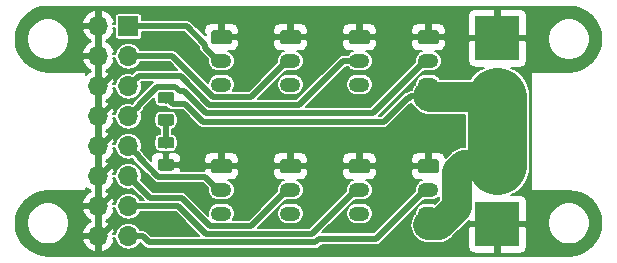
<source format=gbr>
G04 #@! TF.GenerationSoftware,KiCad,Pcbnew,(5.1.4)-1*
G04 #@! TF.CreationDate,2021-11-14T18:33:35-06:00*
G04 #@! TF.ProjectId,FadecandyHatV1.0,46616465-6361-46e6-9479-48617456312e,rev?*
G04 #@! TF.SameCoordinates,Original*
G04 #@! TF.FileFunction,Copper,L1,Top*
G04 #@! TF.FilePolarity,Positive*
%FSLAX46Y46*%
G04 Gerber Fmt 4.6, Leading zero omitted, Abs format (unit mm)*
G04 Created by KiCad (PCBNEW (5.1.4)-1) date 2021-11-14 18:33:35*
%MOMM*%
%LPD*%
G04 APERTURE LIST*
%ADD10O,1.750000X1.200000*%
%ADD11C,0.100000*%
%ADD12C,1.200000*%
%ADD13C,3.800000*%
%ADD14R,3.800000X3.800000*%
%ADD15C,0.975000*%
%ADD16C,4.000000*%
%ADD17R,1.700000X1.700000*%
%ADD18O,1.700000X1.700000*%
%ADD19C,0.800000*%
%ADD20C,1.500000*%
%ADD21C,0.500000*%
%ADD22C,2.500000*%
%ADD23C,5.000000*%
%ADD24C,0.150000*%
G04 APERTURE END LIST*
D10*
X29210000Y-18391000D03*
X29210000Y-16391000D03*
D11*
G36*
X29859505Y-13792204D02*
G01*
X29883773Y-13795804D01*
X29907572Y-13801765D01*
X29930671Y-13810030D01*
X29952850Y-13820520D01*
X29973893Y-13833132D01*
X29993599Y-13847747D01*
X30011777Y-13864223D01*
X30028253Y-13882401D01*
X30042868Y-13902107D01*
X30055480Y-13923150D01*
X30065970Y-13945329D01*
X30074235Y-13968428D01*
X30080196Y-13992227D01*
X30083796Y-14016495D01*
X30085000Y-14040999D01*
X30085000Y-14741001D01*
X30083796Y-14765505D01*
X30080196Y-14789773D01*
X30074235Y-14813572D01*
X30065970Y-14836671D01*
X30055480Y-14858850D01*
X30042868Y-14879893D01*
X30028253Y-14899599D01*
X30011777Y-14917777D01*
X29993599Y-14934253D01*
X29973893Y-14948868D01*
X29952850Y-14961480D01*
X29930671Y-14971970D01*
X29907572Y-14980235D01*
X29883773Y-14986196D01*
X29859505Y-14989796D01*
X29835001Y-14991000D01*
X28584999Y-14991000D01*
X28560495Y-14989796D01*
X28536227Y-14986196D01*
X28512428Y-14980235D01*
X28489329Y-14971970D01*
X28467150Y-14961480D01*
X28446107Y-14948868D01*
X28426401Y-14934253D01*
X28408223Y-14917777D01*
X28391747Y-14899599D01*
X28377132Y-14879893D01*
X28364520Y-14858850D01*
X28354030Y-14836671D01*
X28345765Y-14813572D01*
X28339804Y-14789773D01*
X28336204Y-14765505D01*
X28335000Y-14741001D01*
X28335000Y-14040999D01*
X28336204Y-14016495D01*
X28339804Y-13992227D01*
X28345765Y-13968428D01*
X28354030Y-13945329D01*
X28364520Y-13923150D01*
X28377132Y-13902107D01*
X28391747Y-13882401D01*
X28408223Y-13864223D01*
X28426401Y-13847747D01*
X28446107Y-13833132D01*
X28467150Y-13820520D01*
X28489329Y-13810030D01*
X28512428Y-13801765D01*
X28536227Y-13795804D01*
X28560495Y-13792204D01*
X28584999Y-13791000D01*
X29835001Y-13791000D01*
X29859505Y-13792204D01*
X29859505Y-13792204D01*
G37*
D12*
X29210000Y-14391000D03*
D10*
X23368000Y-18391000D03*
X23368000Y-16391000D03*
D11*
G36*
X24017505Y-13792204D02*
G01*
X24041773Y-13795804D01*
X24065572Y-13801765D01*
X24088671Y-13810030D01*
X24110850Y-13820520D01*
X24131893Y-13833132D01*
X24151599Y-13847747D01*
X24169777Y-13864223D01*
X24186253Y-13882401D01*
X24200868Y-13902107D01*
X24213480Y-13923150D01*
X24223970Y-13945329D01*
X24232235Y-13968428D01*
X24238196Y-13992227D01*
X24241796Y-14016495D01*
X24243000Y-14040999D01*
X24243000Y-14741001D01*
X24241796Y-14765505D01*
X24238196Y-14789773D01*
X24232235Y-14813572D01*
X24223970Y-14836671D01*
X24213480Y-14858850D01*
X24200868Y-14879893D01*
X24186253Y-14899599D01*
X24169777Y-14917777D01*
X24151599Y-14934253D01*
X24131893Y-14948868D01*
X24110850Y-14961480D01*
X24088671Y-14971970D01*
X24065572Y-14980235D01*
X24041773Y-14986196D01*
X24017505Y-14989796D01*
X23993001Y-14991000D01*
X22742999Y-14991000D01*
X22718495Y-14989796D01*
X22694227Y-14986196D01*
X22670428Y-14980235D01*
X22647329Y-14971970D01*
X22625150Y-14961480D01*
X22604107Y-14948868D01*
X22584401Y-14934253D01*
X22566223Y-14917777D01*
X22549747Y-14899599D01*
X22535132Y-14879893D01*
X22522520Y-14858850D01*
X22512030Y-14836671D01*
X22503765Y-14813572D01*
X22497804Y-14789773D01*
X22494204Y-14765505D01*
X22493000Y-14741001D01*
X22493000Y-14040999D01*
X22494204Y-14016495D01*
X22497804Y-13992227D01*
X22503765Y-13968428D01*
X22512030Y-13945329D01*
X22522520Y-13923150D01*
X22535132Y-13902107D01*
X22549747Y-13882401D01*
X22566223Y-13864223D01*
X22584401Y-13847747D01*
X22604107Y-13833132D01*
X22625150Y-13820520D01*
X22647329Y-13810030D01*
X22670428Y-13801765D01*
X22694227Y-13795804D01*
X22718495Y-13792204D01*
X22742999Y-13791000D01*
X23993001Y-13791000D01*
X24017505Y-13792204D01*
X24017505Y-13792204D01*
G37*
D12*
X23368000Y-14391000D03*
D10*
X17526000Y-18391000D03*
X17526000Y-16391000D03*
D11*
G36*
X18175505Y-13792204D02*
G01*
X18199773Y-13795804D01*
X18223572Y-13801765D01*
X18246671Y-13810030D01*
X18268850Y-13820520D01*
X18289893Y-13833132D01*
X18309599Y-13847747D01*
X18327777Y-13864223D01*
X18344253Y-13882401D01*
X18358868Y-13902107D01*
X18371480Y-13923150D01*
X18381970Y-13945329D01*
X18390235Y-13968428D01*
X18396196Y-13992227D01*
X18399796Y-14016495D01*
X18401000Y-14040999D01*
X18401000Y-14741001D01*
X18399796Y-14765505D01*
X18396196Y-14789773D01*
X18390235Y-14813572D01*
X18381970Y-14836671D01*
X18371480Y-14858850D01*
X18358868Y-14879893D01*
X18344253Y-14899599D01*
X18327777Y-14917777D01*
X18309599Y-14934253D01*
X18289893Y-14948868D01*
X18268850Y-14961480D01*
X18246671Y-14971970D01*
X18223572Y-14980235D01*
X18199773Y-14986196D01*
X18175505Y-14989796D01*
X18151001Y-14991000D01*
X16900999Y-14991000D01*
X16876495Y-14989796D01*
X16852227Y-14986196D01*
X16828428Y-14980235D01*
X16805329Y-14971970D01*
X16783150Y-14961480D01*
X16762107Y-14948868D01*
X16742401Y-14934253D01*
X16724223Y-14917777D01*
X16707747Y-14899599D01*
X16693132Y-14879893D01*
X16680520Y-14858850D01*
X16670030Y-14836671D01*
X16661765Y-14813572D01*
X16655804Y-14789773D01*
X16652204Y-14765505D01*
X16651000Y-14741001D01*
X16651000Y-14040999D01*
X16652204Y-14016495D01*
X16655804Y-13992227D01*
X16661765Y-13968428D01*
X16670030Y-13945329D01*
X16680520Y-13923150D01*
X16693132Y-13902107D01*
X16707747Y-13882401D01*
X16724223Y-13864223D01*
X16742401Y-13847747D01*
X16762107Y-13833132D01*
X16783150Y-13820520D01*
X16805329Y-13810030D01*
X16828428Y-13801765D01*
X16852227Y-13795804D01*
X16876495Y-13792204D01*
X16900999Y-13791000D01*
X18151001Y-13791000D01*
X18175505Y-13792204D01*
X18175505Y-13792204D01*
G37*
D12*
X17526000Y-14391000D03*
D10*
X11684000Y-18391000D03*
X11684000Y-16391000D03*
D11*
G36*
X12333505Y-13792204D02*
G01*
X12357773Y-13795804D01*
X12381572Y-13801765D01*
X12404671Y-13810030D01*
X12426850Y-13820520D01*
X12447893Y-13833132D01*
X12467599Y-13847747D01*
X12485777Y-13864223D01*
X12502253Y-13882401D01*
X12516868Y-13902107D01*
X12529480Y-13923150D01*
X12539970Y-13945329D01*
X12548235Y-13968428D01*
X12554196Y-13992227D01*
X12557796Y-14016495D01*
X12559000Y-14040999D01*
X12559000Y-14741001D01*
X12557796Y-14765505D01*
X12554196Y-14789773D01*
X12548235Y-14813572D01*
X12539970Y-14836671D01*
X12529480Y-14858850D01*
X12516868Y-14879893D01*
X12502253Y-14899599D01*
X12485777Y-14917777D01*
X12467599Y-14934253D01*
X12447893Y-14948868D01*
X12426850Y-14961480D01*
X12404671Y-14971970D01*
X12381572Y-14980235D01*
X12357773Y-14986196D01*
X12333505Y-14989796D01*
X12309001Y-14991000D01*
X11058999Y-14991000D01*
X11034495Y-14989796D01*
X11010227Y-14986196D01*
X10986428Y-14980235D01*
X10963329Y-14971970D01*
X10941150Y-14961480D01*
X10920107Y-14948868D01*
X10900401Y-14934253D01*
X10882223Y-14917777D01*
X10865747Y-14899599D01*
X10851132Y-14879893D01*
X10838520Y-14858850D01*
X10828030Y-14836671D01*
X10819765Y-14813572D01*
X10813804Y-14789773D01*
X10810204Y-14765505D01*
X10809000Y-14741001D01*
X10809000Y-14040999D01*
X10810204Y-14016495D01*
X10813804Y-13992227D01*
X10819765Y-13968428D01*
X10828030Y-13945329D01*
X10838520Y-13923150D01*
X10851132Y-13902107D01*
X10865747Y-13882401D01*
X10882223Y-13864223D01*
X10900401Y-13847747D01*
X10920107Y-13833132D01*
X10941150Y-13820520D01*
X10963329Y-13810030D01*
X10986428Y-13801765D01*
X11010227Y-13795804D01*
X11034495Y-13792204D01*
X11058999Y-13791000D01*
X12309001Y-13791000D01*
X12333505Y-13792204D01*
X12333505Y-13792204D01*
G37*
D12*
X11684000Y-14391000D03*
D10*
X29210000Y-7469000D03*
X29210000Y-5469000D03*
D11*
G36*
X29859505Y-2870204D02*
G01*
X29883773Y-2873804D01*
X29907572Y-2879765D01*
X29930671Y-2888030D01*
X29952850Y-2898520D01*
X29973893Y-2911132D01*
X29993599Y-2925747D01*
X30011777Y-2942223D01*
X30028253Y-2960401D01*
X30042868Y-2980107D01*
X30055480Y-3001150D01*
X30065970Y-3023329D01*
X30074235Y-3046428D01*
X30080196Y-3070227D01*
X30083796Y-3094495D01*
X30085000Y-3118999D01*
X30085000Y-3819001D01*
X30083796Y-3843505D01*
X30080196Y-3867773D01*
X30074235Y-3891572D01*
X30065970Y-3914671D01*
X30055480Y-3936850D01*
X30042868Y-3957893D01*
X30028253Y-3977599D01*
X30011777Y-3995777D01*
X29993599Y-4012253D01*
X29973893Y-4026868D01*
X29952850Y-4039480D01*
X29930671Y-4049970D01*
X29907572Y-4058235D01*
X29883773Y-4064196D01*
X29859505Y-4067796D01*
X29835001Y-4069000D01*
X28584999Y-4069000D01*
X28560495Y-4067796D01*
X28536227Y-4064196D01*
X28512428Y-4058235D01*
X28489329Y-4049970D01*
X28467150Y-4039480D01*
X28446107Y-4026868D01*
X28426401Y-4012253D01*
X28408223Y-3995777D01*
X28391747Y-3977599D01*
X28377132Y-3957893D01*
X28364520Y-3936850D01*
X28354030Y-3914671D01*
X28345765Y-3891572D01*
X28339804Y-3867773D01*
X28336204Y-3843505D01*
X28335000Y-3819001D01*
X28335000Y-3118999D01*
X28336204Y-3094495D01*
X28339804Y-3070227D01*
X28345765Y-3046428D01*
X28354030Y-3023329D01*
X28364520Y-3001150D01*
X28377132Y-2980107D01*
X28391747Y-2960401D01*
X28408223Y-2942223D01*
X28426401Y-2925747D01*
X28446107Y-2911132D01*
X28467150Y-2898520D01*
X28489329Y-2888030D01*
X28512428Y-2879765D01*
X28536227Y-2873804D01*
X28560495Y-2870204D01*
X28584999Y-2869000D01*
X29835001Y-2869000D01*
X29859505Y-2870204D01*
X29859505Y-2870204D01*
G37*
D12*
X29210000Y-3469000D03*
D10*
X23368000Y-7469000D03*
X23368000Y-5469000D03*
D11*
G36*
X24017505Y-2870204D02*
G01*
X24041773Y-2873804D01*
X24065572Y-2879765D01*
X24088671Y-2888030D01*
X24110850Y-2898520D01*
X24131893Y-2911132D01*
X24151599Y-2925747D01*
X24169777Y-2942223D01*
X24186253Y-2960401D01*
X24200868Y-2980107D01*
X24213480Y-3001150D01*
X24223970Y-3023329D01*
X24232235Y-3046428D01*
X24238196Y-3070227D01*
X24241796Y-3094495D01*
X24243000Y-3118999D01*
X24243000Y-3819001D01*
X24241796Y-3843505D01*
X24238196Y-3867773D01*
X24232235Y-3891572D01*
X24223970Y-3914671D01*
X24213480Y-3936850D01*
X24200868Y-3957893D01*
X24186253Y-3977599D01*
X24169777Y-3995777D01*
X24151599Y-4012253D01*
X24131893Y-4026868D01*
X24110850Y-4039480D01*
X24088671Y-4049970D01*
X24065572Y-4058235D01*
X24041773Y-4064196D01*
X24017505Y-4067796D01*
X23993001Y-4069000D01*
X22742999Y-4069000D01*
X22718495Y-4067796D01*
X22694227Y-4064196D01*
X22670428Y-4058235D01*
X22647329Y-4049970D01*
X22625150Y-4039480D01*
X22604107Y-4026868D01*
X22584401Y-4012253D01*
X22566223Y-3995777D01*
X22549747Y-3977599D01*
X22535132Y-3957893D01*
X22522520Y-3936850D01*
X22512030Y-3914671D01*
X22503765Y-3891572D01*
X22497804Y-3867773D01*
X22494204Y-3843505D01*
X22493000Y-3819001D01*
X22493000Y-3118999D01*
X22494204Y-3094495D01*
X22497804Y-3070227D01*
X22503765Y-3046428D01*
X22512030Y-3023329D01*
X22522520Y-3001150D01*
X22535132Y-2980107D01*
X22549747Y-2960401D01*
X22566223Y-2942223D01*
X22584401Y-2925747D01*
X22604107Y-2911132D01*
X22625150Y-2898520D01*
X22647329Y-2888030D01*
X22670428Y-2879765D01*
X22694227Y-2873804D01*
X22718495Y-2870204D01*
X22742999Y-2869000D01*
X23993001Y-2869000D01*
X24017505Y-2870204D01*
X24017505Y-2870204D01*
G37*
D12*
X23368000Y-3469000D03*
D10*
X17526000Y-7469000D03*
X17526000Y-5469000D03*
D11*
G36*
X18175505Y-2870204D02*
G01*
X18199773Y-2873804D01*
X18223572Y-2879765D01*
X18246671Y-2888030D01*
X18268850Y-2898520D01*
X18289893Y-2911132D01*
X18309599Y-2925747D01*
X18327777Y-2942223D01*
X18344253Y-2960401D01*
X18358868Y-2980107D01*
X18371480Y-3001150D01*
X18381970Y-3023329D01*
X18390235Y-3046428D01*
X18396196Y-3070227D01*
X18399796Y-3094495D01*
X18401000Y-3118999D01*
X18401000Y-3819001D01*
X18399796Y-3843505D01*
X18396196Y-3867773D01*
X18390235Y-3891572D01*
X18381970Y-3914671D01*
X18371480Y-3936850D01*
X18358868Y-3957893D01*
X18344253Y-3977599D01*
X18327777Y-3995777D01*
X18309599Y-4012253D01*
X18289893Y-4026868D01*
X18268850Y-4039480D01*
X18246671Y-4049970D01*
X18223572Y-4058235D01*
X18199773Y-4064196D01*
X18175505Y-4067796D01*
X18151001Y-4069000D01*
X16900999Y-4069000D01*
X16876495Y-4067796D01*
X16852227Y-4064196D01*
X16828428Y-4058235D01*
X16805329Y-4049970D01*
X16783150Y-4039480D01*
X16762107Y-4026868D01*
X16742401Y-4012253D01*
X16724223Y-3995777D01*
X16707747Y-3977599D01*
X16693132Y-3957893D01*
X16680520Y-3936850D01*
X16670030Y-3914671D01*
X16661765Y-3891572D01*
X16655804Y-3867773D01*
X16652204Y-3843505D01*
X16651000Y-3819001D01*
X16651000Y-3118999D01*
X16652204Y-3094495D01*
X16655804Y-3070227D01*
X16661765Y-3046428D01*
X16670030Y-3023329D01*
X16680520Y-3001150D01*
X16693132Y-2980107D01*
X16707747Y-2960401D01*
X16724223Y-2942223D01*
X16742401Y-2925747D01*
X16762107Y-2911132D01*
X16783150Y-2898520D01*
X16805329Y-2888030D01*
X16828428Y-2879765D01*
X16852227Y-2873804D01*
X16876495Y-2870204D01*
X16900999Y-2869000D01*
X18151001Y-2869000D01*
X18175505Y-2870204D01*
X18175505Y-2870204D01*
G37*
D12*
X17526000Y-3469000D03*
D10*
X11684000Y-7469000D03*
X11684000Y-5469000D03*
D11*
G36*
X12333505Y-2870204D02*
G01*
X12357773Y-2873804D01*
X12381572Y-2879765D01*
X12404671Y-2888030D01*
X12426850Y-2898520D01*
X12447893Y-2911132D01*
X12467599Y-2925747D01*
X12485777Y-2942223D01*
X12502253Y-2960401D01*
X12516868Y-2980107D01*
X12529480Y-3001150D01*
X12539970Y-3023329D01*
X12548235Y-3046428D01*
X12554196Y-3070227D01*
X12557796Y-3094495D01*
X12559000Y-3118999D01*
X12559000Y-3819001D01*
X12557796Y-3843505D01*
X12554196Y-3867773D01*
X12548235Y-3891572D01*
X12539970Y-3914671D01*
X12529480Y-3936850D01*
X12516868Y-3957893D01*
X12502253Y-3977599D01*
X12485777Y-3995777D01*
X12467599Y-4012253D01*
X12447893Y-4026868D01*
X12426850Y-4039480D01*
X12404671Y-4049970D01*
X12381572Y-4058235D01*
X12357773Y-4064196D01*
X12333505Y-4067796D01*
X12309001Y-4069000D01*
X11058999Y-4069000D01*
X11034495Y-4067796D01*
X11010227Y-4064196D01*
X10986428Y-4058235D01*
X10963329Y-4049970D01*
X10941150Y-4039480D01*
X10920107Y-4026868D01*
X10900401Y-4012253D01*
X10882223Y-3995777D01*
X10865747Y-3977599D01*
X10851132Y-3957893D01*
X10838520Y-3936850D01*
X10828030Y-3914671D01*
X10819765Y-3891572D01*
X10813804Y-3867773D01*
X10810204Y-3843505D01*
X10809000Y-3819001D01*
X10809000Y-3118999D01*
X10810204Y-3094495D01*
X10813804Y-3070227D01*
X10819765Y-3046428D01*
X10828030Y-3023329D01*
X10838520Y-3001150D01*
X10851132Y-2980107D01*
X10865747Y-2960401D01*
X10882223Y-2942223D01*
X10900401Y-2925747D01*
X10920107Y-2911132D01*
X10941150Y-2898520D01*
X10963329Y-2888030D01*
X10986428Y-2879765D01*
X11010227Y-2873804D01*
X11034495Y-2870204D01*
X11058999Y-2869000D01*
X12309001Y-2869000D01*
X12333505Y-2870204D01*
X12333505Y-2870204D01*
G37*
D12*
X11684000Y-3469000D03*
D13*
X35052000Y-8556000D03*
D14*
X35052000Y-3556000D03*
D11*
G36*
X7465142Y-13786174D02*
G01*
X7488803Y-13789684D01*
X7512007Y-13795496D01*
X7534529Y-13803554D01*
X7556153Y-13813782D01*
X7576670Y-13826079D01*
X7595883Y-13840329D01*
X7613607Y-13856393D01*
X7629671Y-13874117D01*
X7643921Y-13893330D01*
X7656218Y-13913847D01*
X7666446Y-13935471D01*
X7674504Y-13957993D01*
X7680316Y-13981197D01*
X7683826Y-14004858D01*
X7685000Y-14028750D01*
X7685000Y-14516250D01*
X7683826Y-14540142D01*
X7680316Y-14563803D01*
X7674504Y-14587007D01*
X7666446Y-14609529D01*
X7656218Y-14631153D01*
X7643921Y-14651670D01*
X7629671Y-14670883D01*
X7613607Y-14688607D01*
X7595883Y-14704671D01*
X7576670Y-14718921D01*
X7556153Y-14731218D01*
X7534529Y-14741446D01*
X7512007Y-14749504D01*
X7488803Y-14755316D01*
X7465142Y-14758826D01*
X7441250Y-14760000D01*
X6528750Y-14760000D01*
X6504858Y-14758826D01*
X6481197Y-14755316D01*
X6457993Y-14749504D01*
X6435471Y-14741446D01*
X6413847Y-14731218D01*
X6393330Y-14718921D01*
X6374117Y-14704671D01*
X6356393Y-14688607D01*
X6340329Y-14670883D01*
X6326079Y-14651670D01*
X6313782Y-14631153D01*
X6303554Y-14609529D01*
X6295496Y-14587007D01*
X6289684Y-14563803D01*
X6286174Y-14540142D01*
X6285000Y-14516250D01*
X6285000Y-14028750D01*
X6286174Y-14004858D01*
X6289684Y-13981197D01*
X6295496Y-13957993D01*
X6303554Y-13935471D01*
X6313782Y-13913847D01*
X6326079Y-13893330D01*
X6340329Y-13874117D01*
X6356393Y-13856393D01*
X6374117Y-13840329D01*
X6393330Y-13826079D01*
X6413847Y-13813782D01*
X6435471Y-13803554D01*
X6457993Y-13795496D01*
X6481197Y-13789684D01*
X6504858Y-13786174D01*
X6528750Y-13785000D01*
X7441250Y-13785000D01*
X7465142Y-13786174D01*
X7465142Y-13786174D01*
G37*
D15*
X6985000Y-14272500D03*
D11*
G36*
X7465142Y-11911174D02*
G01*
X7488803Y-11914684D01*
X7512007Y-11920496D01*
X7534529Y-11928554D01*
X7556153Y-11938782D01*
X7576670Y-11951079D01*
X7595883Y-11965329D01*
X7613607Y-11981393D01*
X7629671Y-11999117D01*
X7643921Y-12018330D01*
X7656218Y-12038847D01*
X7666446Y-12060471D01*
X7674504Y-12082993D01*
X7680316Y-12106197D01*
X7683826Y-12129858D01*
X7685000Y-12153750D01*
X7685000Y-12641250D01*
X7683826Y-12665142D01*
X7680316Y-12688803D01*
X7674504Y-12712007D01*
X7666446Y-12734529D01*
X7656218Y-12756153D01*
X7643921Y-12776670D01*
X7629671Y-12795883D01*
X7613607Y-12813607D01*
X7595883Y-12829671D01*
X7576670Y-12843921D01*
X7556153Y-12856218D01*
X7534529Y-12866446D01*
X7512007Y-12874504D01*
X7488803Y-12880316D01*
X7465142Y-12883826D01*
X7441250Y-12885000D01*
X6528750Y-12885000D01*
X6504858Y-12883826D01*
X6481197Y-12880316D01*
X6457993Y-12874504D01*
X6435471Y-12866446D01*
X6413847Y-12856218D01*
X6393330Y-12843921D01*
X6374117Y-12829671D01*
X6356393Y-12813607D01*
X6340329Y-12795883D01*
X6326079Y-12776670D01*
X6313782Y-12756153D01*
X6303554Y-12734529D01*
X6295496Y-12712007D01*
X6289684Y-12688803D01*
X6286174Y-12665142D01*
X6285000Y-12641250D01*
X6285000Y-12153750D01*
X6286174Y-12129858D01*
X6289684Y-12106197D01*
X6295496Y-12082993D01*
X6303554Y-12060471D01*
X6313782Y-12038847D01*
X6326079Y-12018330D01*
X6340329Y-11999117D01*
X6356393Y-11981393D01*
X6374117Y-11965329D01*
X6393330Y-11951079D01*
X6413847Y-11938782D01*
X6435471Y-11928554D01*
X6457993Y-11920496D01*
X6481197Y-11914684D01*
X6504858Y-11911174D01*
X6528750Y-11910000D01*
X7441250Y-11910000D01*
X7465142Y-11911174D01*
X7465142Y-11911174D01*
G37*
D15*
X6985000Y-12397500D03*
D14*
X35052000Y-19304000D03*
D16*
X35052000Y-14304000D03*
D17*
X3810000Y-2540000D03*
D18*
X1270000Y-2540000D03*
X3810000Y-5080000D03*
X1270000Y-5080000D03*
X3810000Y-7620000D03*
X1270000Y-7620000D03*
X3810000Y-10160000D03*
X1270000Y-10160000D03*
X3810000Y-12700000D03*
X1270000Y-12700000D03*
X3810000Y-15240000D03*
X1270000Y-15240000D03*
X3810000Y-17780000D03*
X1270000Y-17780000D03*
X3810000Y-20320000D03*
X1270000Y-20320000D03*
D11*
G36*
X7465142Y-9976174D02*
G01*
X7488803Y-9979684D01*
X7512007Y-9985496D01*
X7534529Y-9993554D01*
X7556153Y-10003782D01*
X7576670Y-10016079D01*
X7595883Y-10030329D01*
X7613607Y-10046393D01*
X7629671Y-10064117D01*
X7643921Y-10083330D01*
X7656218Y-10103847D01*
X7666446Y-10125471D01*
X7674504Y-10147993D01*
X7680316Y-10171197D01*
X7683826Y-10194858D01*
X7685000Y-10218750D01*
X7685000Y-10706250D01*
X7683826Y-10730142D01*
X7680316Y-10753803D01*
X7674504Y-10777007D01*
X7666446Y-10799529D01*
X7656218Y-10821153D01*
X7643921Y-10841670D01*
X7629671Y-10860883D01*
X7613607Y-10878607D01*
X7595883Y-10894671D01*
X7576670Y-10908921D01*
X7556153Y-10921218D01*
X7534529Y-10931446D01*
X7512007Y-10939504D01*
X7488803Y-10945316D01*
X7465142Y-10948826D01*
X7441250Y-10950000D01*
X6528750Y-10950000D01*
X6504858Y-10948826D01*
X6481197Y-10945316D01*
X6457993Y-10939504D01*
X6435471Y-10931446D01*
X6413847Y-10921218D01*
X6393330Y-10908921D01*
X6374117Y-10894671D01*
X6356393Y-10878607D01*
X6340329Y-10860883D01*
X6326079Y-10841670D01*
X6313782Y-10821153D01*
X6303554Y-10799529D01*
X6295496Y-10777007D01*
X6289684Y-10753803D01*
X6286174Y-10730142D01*
X6285000Y-10706250D01*
X6285000Y-10218750D01*
X6286174Y-10194858D01*
X6289684Y-10171197D01*
X6295496Y-10147993D01*
X6303554Y-10125471D01*
X6313782Y-10103847D01*
X6326079Y-10083330D01*
X6340329Y-10064117D01*
X6356393Y-10046393D01*
X6374117Y-10030329D01*
X6393330Y-10016079D01*
X6413847Y-10003782D01*
X6435471Y-9993554D01*
X6457993Y-9985496D01*
X6481197Y-9979684D01*
X6504858Y-9976174D01*
X6528750Y-9975000D01*
X7441250Y-9975000D01*
X7465142Y-9976174D01*
X7465142Y-9976174D01*
G37*
D15*
X6985000Y-10462500D03*
D11*
G36*
X7465142Y-8101174D02*
G01*
X7488803Y-8104684D01*
X7512007Y-8110496D01*
X7534529Y-8118554D01*
X7556153Y-8128782D01*
X7576670Y-8141079D01*
X7595883Y-8155329D01*
X7613607Y-8171393D01*
X7629671Y-8189117D01*
X7643921Y-8208330D01*
X7656218Y-8228847D01*
X7666446Y-8250471D01*
X7674504Y-8272993D01*
X7680316Y-8296197D01*
X7683826Y-8319858D01*
X7685000Y-8343750D01*
X7685000Y-8831250D01*
X7683826Y-8855142D01*
X7680316Y-8878803D01*
X7674504Y-8902007D01*
X7666446Y-8924529D01*
X7656218Y-8946153D01*
X7643921Y-8966670D01*
X7629671Y-8985883D01*
X7613607Y-9003607D01*
X7595883Y-9019671D01*
X7576670Y-9033921D01*
X7556153Y-9046218D01*
X7534529Y-9056446D01*
X7512007Y-9064504D01*
X7488803Y-9070316D01*
X7465142Y-9073826D01*
X7441250Y-9075000D01*
X6528750Y-9075000D01*
X6504858Y-9073826D01*
X6481197Y-9070316D01*
X6457993Y-9064504D01*
X6435471Y-9056446D01*
X6413847Y-9046218D01*
X6393330Y-9033921D01*
X6374117Y-9019671D01*
X6356393Y-9003607D01*
X6340329Y-8985883D01*
X6326079Y-8966670D01*
X6313782Y-8946153D01*
X6303554Y-8924529D01*
X6295496Y-8902007D01*
X6289684Y-8878803D01*
X6286174Y-8855142D01*
X6285000Y-8831250D01*
X6285000Y-8343750D01*
X6286174Y-8319858D01*
X6289684Y-8296197D01*
X6295496Y-8272993D01*
X6303554Y-8250471D01*
X6313782Y-8228847D01*
X6326079Y-8208330D01*
X6340329Y-8189117D01*
X6356393Y-8171393D01*
X6374117Y-8155329D01*
X6393330Y-8141079D01*
X6413847Y-8128782D01*
X6435471Y-8118554D01*
X6457993Y-8110496D01*
X6481197Y-8104684D01*
X6504858Y-8101174D01*
X6528750Y-8100000D01*
X7441250Y-8100000D01*
X7465142Y-8101174D01*
X7465142Y-8101174D01*
G37*
D15*
X6985000Y-8587500D03*
D19*
X31220000Y-11500000D03*
X29320000Y-11500000D03*
X31630000Y-21340000D03*
X2700000Y-6400000D03*
X2690000Y-8910000D03*
X2730000Y-11430000D03*
X2710000Y-13950000D03*
X2720000Y-16500000D03*
X2720000Y-19050000D03*
X2550000Y-3940000D03*
D20*
X34885000Y-19391000D02*
X35052000Y-19224000D01*
D21*
X1270000Y-7620000D02*
X1480000Y-7620000D01*
X1480000Y-7620000D02*
X2700000Y-6400000D01*
X1270000Y-10160000D02*
X1440000Y-10160000D01*
X1440000Y-10160000D02*
X2690000Y-8910000D01*
X1270000Y-12700000D02*
X1460000Y-12700000D01*
X1460000Y-12700000D02*
X2730000Y-11430000D01*
X1270000Y-15240000D02*
X1420000Y-15240000D01*
X1420000Y-15240000D02*
X2710000Y-13950000D01*
X1270000Y-17780000D02*
X1440000Y-17780000D01*
X1440000Y-17780000D02*
X2720000Y-16500000D01*
X1270000Y-20320000D02*
X1450000Y-20320000D01*
X1450000Y-20320000D02*
X2720000Y-19050000D01*
X6985000Y-10462500D02*
X6985000Y-12397500D01*
X11409000Y-5469000D02*
X11684000Y-5469000D01*
X10309000Y-4369000D02*
X11409000Y-5469000D01*
X10309000Y-4094000D02*
X10309000Y-4369000D01*
X8755000Y-2540000D02*
X10309000Y-4094000D01*
X3810000Y-2540000D02*
X8755000Y-2540000D01*
D22*
X29297000Y-8556000D02*
X29210000Y-8469000D01*
X35052000Y-8556000D02*
X29297000Y-8556000D01*
D23*
X35052000Y-14304000D02*
X35052000Y-8556000D01*
D22*
X30087705Y-19391000D02*
X29210000Y-19391000D01*
X31635010Y-17843695D02*
X30087705Y-19391000D01*
X31635010Y-14892563D02*
X31635010Y-17843695D01*
X32223573Y-14304000D02*
X31635010Y-14892563D01*
X35052000Y-14304000D02*
X32223573Y-14304000D01*
D21*
X27735000Y-8469000D02*
X29210000Y-8469000D01*
X27637500Y-8566500D02*
X27735000Y-8469000D01*
X6985000Y-8587500D02*
X7541237Y-9143737D01*
X7541237Y-9143737D02*
X8613778Y-9143737D01*
X8613778Y-9143737D02*
X10090041Y-10620000D01*
X10090041Y-10620000D02*
X25423964Y-10620000D01*
X25423964Y-10620000D02*
X27456462Y-8587500D01*
X27637500Y-8587500D02*
X27637500Y-8566500D01*
X27456462Y-8587500D02*
X27637500Y-8587500D01*
X14200991Y-8519009D02*
X17251000Y-5469000D01*
X17251000Y-5469000D02*
X17526000Y-5469000D01*
X10958938Y-8519009D02*
X14200991Y-8519009D01*
X7519929Y-5080000D02*
X10958938Y-8519009D01*
X3810000Y-5080000D02*
X7519929Y-5080000D01*
X4659999Y-6770001D02*
X3810000Y-7620000D01*
X8219966Y-6770001D02*
X4659999Y-6770001D01*
X10668985Y-9219020D02*
X8219966Y-6770001D01*
X18242980Y-9219020D02*
X10668985Y-9219020D01*
X21993000Y-5469000D02*
X18242980Y-9219020D01*
X23368000Y-5469000D02*
X21993000Y-5469000D01*
X8516387Y-8056384D02*
X10379032Y-9919030D01*
X3810000Y-10160000D02*
X4659999Y-9310001D01*
X4659999Y-9310001D02*
X4659999Y-9231375D01*
X4659999Y-9231375D02*
X6241384Y-7649990D01*
X6241384Y-7649990D02*
X7728616Y-7649990D01*
X7728616Y-7649990D02*
X8135010Y-8056384D01*
X8135010Y-8056384D02*
X8516387Y-8056384D01*
X24484970Y-9919030D02*
X22799030Y-9919030D01*
X28935000Y-5469000D02*
X24484970Y-9919030D01*
X29210000Y-5469000D02*
X28935000Y-5469000D01*
X10379032Y-9919030D02*
X22799030Y-9919030D01*
X10309000Y-15291000D02*
X11409000Y-16391000D01*
X11409000Y-16391000D02*
X11684000Y-16391000D01*
X6322374Y-15291000D02*
X10309000Y-15291000D01*
X4659999Y-13628625D02*
X6322374Y-15291000D01*
X4659999Y-13549999D02*
X4659999Y-13628625D01*
X3810000Y-12700000D02*
X4659999Y-13549999D01*
X3810000Y-15240000D02*
X5649989Y-17079989D01*
X14200990Y-19441010D02*
X17251000Y-16391000D01*
X17251000Y-16391000D02*
X17526000Y-16391000D01*
X10671025Y-19441010D02*
X14200990Y-19441010D01*
X8310004Y-17079989D02*
X10671025Y-19441010D01*
X5649989Y-17079989D02*
X8310004Y-17079989D01*
X23093000Y-16391000D02*
X23368000Y-16391000D01*
X19342980Y-20141020D02*
X23093000Y-16391000D01*
X10381072Y-20141020D02*
X19342980Y-20141020D01*
X8020053Y-17780000D02*
X10381072Y-20141020D01*
X3810000Y-17780000D02*
X8020053Y-17780000D01*
X19632933Y-20841030D02*
X19953963Y-20520000D01*
X5533111Y-20841030D02*
X19632933Y-20841030D01*
X3810000Y-20320000D02*
X5012081Y-20320000D01*
X5012081Y-20320000D02*
X5533111Y-20841030D01*
X28935000Y-16391000D02*
X29210000Y-16391000D01*
X24806000Y-20520000D02*
X28935000Y-16391000D01*
X19953963Y-20520000D02*
X24806000Y-20520000D01*
D24*
G36*
X41633912Y-938550D02*
G01*
X42147487Y-1093607D01*
X42621164Y-1345465D01*
X43036900Y-1684531D01*
X43378860Y-2097889D01*
X43634017Y-2569794D01*
X43792658Y-3082278D01*
X43848734Y-3615813D01*
X43800113Y-4150075D01*
X43648644Y-4664720D01*
X43400099Y-5140141D01*
X43063945Y-5558234D01*
X42652981Y-5903073D01*
X42182866Y-6161521D01*
X41671505Y-6323734D01*
X41127042Y-6384805D01*
X41099118Y-6385000D01*
X38112275Y-6385000D01*
X38100000Y-6383791D01*
X38087725Y-6385000D01*
X38050992Y-6388618D01*
X38003866Y-6402913D01*
X37960436Y-6426127D01*
X37922368Y-6457368D01*
X37891127Y-6495436D01*
X37867913Y-6538866D01*
X37853618Y-6585992D01*
X37848791Y-6635000D01*
X37850000Y-6647275D01*
X37850001Y-16212715D01*
X37848791Y-16225000D01*
X37853618Y-16274008D01*
X37867913Y-16321134D01*
X37891127Y-16364564D01*
X37922368Y-16402632D01*
X37960436Y-16433873D01*
X38003866Y-16457087D01*
X38050992Y-16471382D01*
X38087725Y-16475000D01*
X38100000Y-16476209D01*
X38112275Y-16475000D01*
X41087771Y-16475000D01*
X41633912Y-16528550D01*
X42147487Y-16683607D01*
X42621164Y-16935465D01*
X43036900Y-17274531D01*
X43378860Y-17687889D01*
X43634017Y-18159794D01*
X43792658Y-18672278D01*
X43848734Y-19205813D01*
X43800113Y-19740075D01*
X43648644Y-20254720D01*
X43400099Y-20730141D01*
X43063945Y-21148234D01*
X42652981Y-21493073D01*
X42182866Y-21751521D01*
X41671505Y-21913734D01*
X41127042Y-21974805D01*
X41099118Y-21975000D01*
X-2987771Y-21975000D01*
X-3533912Y-21921450D01*
X-4047487Y-21766393D01*
X-4521163Y-21514535D01*
X-4936900Y-21175469D01*
X-5278860Y-20762111D01*
X-5534017Y-20290206D01*
X-5692659Y-19777719D01*
X-5748735Y-19244192D01*
X-5731079Y-19050178D01*
X-4775000Y-19050178D01*
X-4775000Y-19399822D01*
X-4706787Y-19742748D01*
X-4572984Y-20065778D01*
X-4378732Y-20356496D01*
X-4131496Y-20603732D01*
X-3840778Y-20797984D01*
X-3517748Y-20931787D01*
X-3174822Y-21000000D01*
X-2825178Y-21000000D01*
X-2482252Y-20931787D01*
X-2159222Y-20797984D01*
X-2033647Y-20714077D01*
X-99427Y-20714077D01*
X-87581Y-20753153D01*
X23009Y-21009681D01*
X181520Y-21239705D01*
X381860Y-21434385D01*
X616331Y-21586240D01*
X875922Y-21689434D01*
X1095000Y-21590471D01*
X1095000Y-20495000D01*
X757Y-20495000D01*
X-99427Y-20714077D01*
X-2033647Y-20714077D01*
X-1868504Y-20603732D01*
X-1621268Y-20356496D01*
X-1427016Y-20065778D01*
X-1293213Y-19742748D01*
X-1225000Y-19399822D01*
X-1225000Y-19050178D01*
X-1293213Y-18707252D01*
X-1427016Y-18384222D01*
X-1567430Y-18174077D01*
X-99427Y-18174077D01*
X-87581Y-18213153D01*
X23009Y-18469681D01*
X181520Y-18699705D01*
X381860Y-18894385D01*
X616331Y-19046240D01*
X625790Y-19050000D01*
X616331Y-19053760D01*
X381860Y-19205615D01*
X181520Y-19400295D01*
X23009Y-19630319D01*
X-87581Y-19886847D01*
X-99427Y-19925923D01*
X757Y-20145000D01*
X1095000Y-20145000D01*
X1095000Y-17955000D01*
X757Y-17955000D01*
X-99427Y-18174077D01*
X-1567430Y-18174077D01*
X-1621268Y-18093504D01*
X-1868504Y-17846268D01*
X-2159222Y-17652016D01*
X-2482252Y-17518213D01*
X-2825178Y-17450000D01*
X-3174822Y-17450000D01*
X-3517748Y-17518213D01*
X-3840778Y-17652016D01*
X-4131496Y-17846268D01*
X-4378732Y-18093504D01*
X-4572984Y-18384222D01*
X-4706787Y-18707252D01*
X-4775000Y-19050178D01*
X-5731079Y-19050178D01*
X-5700113Y-18709928D01*
X-5548644Y-18195279D01*
X-5300098Y-17719855D01*
X-4963945Y-17301766D01*
X-4552984Y-16956929D01*
X-4082870Y-16698481D01*
X-3571505Y-16536266D01*
X-3027042Y-16475195D01*
X-2999118Y-16475000D01*
X-12275Y-16475000D01*
X0Y-16476209D01*
X12275Y-16475000D01*
X49008Y-16471382D01*
X96134Y-16457087D01*
X139564Y-16433873D01*
X177632Y-16402632D01*
X208873Y-16364564D01*
X232087Y-16321134D01*
X246382Y-16274008D01*
X250991Y-16227213D01*
X381860Y-16354385D01*
X616331Y-16506240D01*
X625790Y-16510000D01*
X616331Y-16513760D01*
X381860Y-16665615D01*
X181520Y-16860295D01*
X23009Y-17090319D01*
X-87581Y-17346847D01*
X-99427Y-17385923D01*
X757Y-17605000D01*
X1095000Y-17605000D01*
X1095000Y-15415000D01*
X1075000Y-15415000D01*
X1075000Y-15065000D01*
X1095000Y-15065000D01*
X1095000Y-12875000D01*
X1075000Y-12875000D01*
X1075000Y-12525000D01*
X1095000Y-12525000D01*
X1095000Y-10335000D01*
X1075000Y-10335000D01*
X1075000Y-9985000D01*
X1095000Y-9985000D01*
X1095000Y-7795000D01*
X1075000Y-7795000D01*
X1075000Y-7445000D01*
X1095000Y-7445000D01*
X1095000Y-5255000D01*
X757Y-5255000D01*
X-99427Y-5474077D01*
X-87581Y-5513153D01*
X23009Y-5769681D01*
X181520Y-5999705D01*
X381860Y-6194385D01*
X616331Y-6346240D01*
X625790Y-6350000D01*
X616331Y-6353760D01*
X381860Y-6505615D01*
X250991Y-6632787D01*
X246382Y-6585992D01*
X232087Y-6538866D01*
X208873Y-6495436D01*
X177632Y-6457368D01*
X139564Y-6426127D01*
X96134Y-6402913D01*
X49008Y-6388618D01*
X12275Y-6385000D01*
X0Y-6383791D01*
X-12275Y-6385000D01*
X-2987771Y-6385000D01*
X-3533912Y-6331450D01*
X-4047487Y-6176393D01*
X-4521163Y-5924535D01*
X-4936900Y-5585469D01*
X-5278860Y-5172111D01*
X-5534017Y-4700206D01*
X-5692659Y-4187719D01*
X-5748735Y-3654192D01*
X-5731079Y-3460178D01*
X-4775000Y-3460178D01*
X-4775000Y-3809822D01*
X-4706787Y-4152748D01*
X-4572984Y-4475778D01*
X-4378732Y-4766496D01*
X-4131496Y-5013732D01*
X-3840778Y-5207984D01*
X-3517748Y-5341787D01*
X-3174822Y-5410000D01*
X-2825178Y-5410000D01*
X-2482252Y-5341787D01*
X-2159222Y-5207984D01*
X-1868504Y-5013732D01*
X-1621268Y-4766496D01*
X-1427016Y-4475778D01*
X-1293213Y-4152748D01*
X-1225000Y-3809822D01*
X-1225000Y-3460178D01*
X-1293213Y-3117252D01*
X-1369086Y-2934077D01*
X-99427Y-2934077D01*
X-87581Y-2973153D01*
X23009Y-3229681D01*
X181520Y-3459705D01*
X381860Y-3654385D01*
X616331Y-3806240D01*
X625790Y-3810000D01*
X616331Y-3813760D01*
X381860Y-3965615D01*
X181520Y-4160295D01*
X23009Y-4390319D01*
X-87581Y-4646847D01*
X-99427Y-4685923D01*
X757Y-4905000D01*
X1095000Y-4905000D01*
X1095000Y-2715000D01*
X757Y-2715000D01*
X-99427Y-2934077D01*
X-1369086Y-2934077D01*
X-1427016Y-2794222D01*
X-1621268Y-2503504D01*
X-1868504Y-2256268D01*
X-2033646Y-2145923D01*
X-99427Y-2145923D01*
X757Y-2365000D01*
X1095000Y-2365000D01*
X1095000Y-1269529D01*
X1445000Y-1269529D01*
X1445000Y-2365000D01*
X1465000Y-2365000D01*
X1465000Y-2715000D01*
X1445000Y-2715000D01*
X1445000Y-4905000D01*
X1465000Y-4905000D01*
X1465000Y-5255000D01*
X1445000Y-5255000D01*
X1445000Y-7445000D01*
X1465000Y-7445000D01*
X1465000Y-7795000D01*
X1445000Y-7795000D01*
X1445000Y-9985000D01*
X1465000Y-9985000D01*
X1465000Y-10335000D01*
X1445000Y-10335000D01*
X1445000Y-12525000D01*
X1465000Y-12525000D01*
X1465000Y-12875000D01*
X1445000Y-12875000D01*
X1445000Y-15065000D01*
X1465000Y-15065000D01*
X1465000Y-15415000D01*
X1445000Y-15415000D01*
X1445000Y-17605000D01*
X1465000Y-17605000D01*
X1465000Y-17955000D01*
X1445000Y-17955000D01*
X1445000Y-20145000D01*
X1465000Y-20145000D01*
X1465000Y-20495000D01*
X1445000Y-20495000D01*
X1445000Y-21590471D01*
X1664078Y-21689434D01*
X1923669Y-21586240D01*
X2158140Y-21434385D01*
X2358480Y-21239705D01*
X2516991Y-21009681D01*
X2627581Y-20753153D01*
X2639427Y-20714077D01*
X2539244Y-20495002D01*
X2695000Y-20495002D01*
X2695000Y-20476796D01*
X2701278Y-20540538D01*
X2765607Y-20752602D01*
X2870071Y-20948040D01*
X3010656Y-21119344D01*
X3181960Y-21259929D01*
X3377398Y-21364393D01*
X3589462Y-21428722D01*
X3754736Y-21445000D01*
X3865264Y-21445000D01*
X4030538Y-21428722D01*
X4242602Y-21364393D01*
X4438040Y-21259929D01*
X4609344Y-21119344D01*
X4749929Y-20948040D01*
X4801388Y-20851768D01*
X5143644Y-21194025D01*
X5160084Y-21214057D01*
X5240025Y-21279663D01*
X5274066Y-21297858D01*
X5331230Y-21328413D01*
X5430193Y-21358433D01*
X5533111Y-21368570D01*
X5558899Y-21366030D01*
X19607153Y-21366030D01*
X19632933Y-21368569D01*
X19658713Y-21366030D01*
X19658721Y-21366030D01*
X19735851Y-21358433D01*
X19834814Y-21328413D01*
X19926019Y-21279663D01*
X20005960Y-21214057D01*
X20014213Y-21204000D01*
X32574218Y-21204000D01*
X32585320Y-21316720D01*
X32618199Y-21425108D01*
X32671592Y-21524998D01*
X32743446Y-21612554D01*
X32831002Y-21684408D01*
X32930892Y-21737801D01*
X33039280Y-21770680D01*
X33152000Y-21781782D01*
X34733250Y-21779000D01*
X34877000Y-21635250D01*
X34877000Y-19479000D01*
X35227000Y-19479000D01*
X35227000Y-21635250D01*
X35370750Y-21779000D01*
X36952000Y-21781782D01*
X37064720Y-21770680D01*
X37173108Y-21737801D01*
X37272998Y-21684408D01*
X37360554Y-21612554D01*
X37432408Y-21524998D01*
X37485801Y-21425108D01*
X37518680Y-21316720D01*
X37529782Y-21204000D01*
X37527000Y-19622750D01*
X37383250Y-19479000D01*
X35227000Y-19479000D01*
X34877000Y-19479000D01*
X32720750Y-19479000D01*
X32577000Y-19622750D01*
X32574218Y-21204000D01*
X20014213Y-21204000D01*
X20022404Y-21194020D01*
X20171424Y-21045000D01*
X24780220Y-21045000D01*
X24806000Y-21047539D01*
X24831780Y-21045000D01*
X24831788Y-21045000D01*
X24908918Y-21037403D01*
X25007881Y-21007383D01*
X25099086Y-20958633D01*
X25179027Y-20893027D01*
X25195471Y-20872990D01*
X28810493Y-17257970D01*
X28892021Y-17266000D01*
X29527979Y-17266000D01*
X29656530Y-17253339D01*
X29821468Y-17203305D01*
X29973476Y-17122056D01*
X30106712Y-17012712D01*
X30110011Y-17008693D01*
X30110011Y-17212019D01*
X29761520Y-17560510D01*
X29656530Y-17528661D01*
X29527979Y-17516000D01*
X28892021Y-17516000D01*
X28763470Y-17528661D01*
X28598532Y-17578695D01*
X28446524Y-17659944D01*
X28313288Y-17769288D01*
X28203944Y-17902524D01*
X28122695Y-18054532D01*
X28072661Y-18219470D01*
X28055767Y-18391000D01*
X28055993Y-18393291D01*
X27935874Y-18539656D01*
X27794267Y-18804584D01*
X27707066Y-19092048D01*
X27677622Y-19391000D01*
X27707066Y-19689952D01*
X27794267Y-19977416D01*
X27935874Y-20242344D01*
X28126445Y-20474555D01*
X28358656Y-20665126D01*
X28623584Y-20806733D01*
X28911048Y-20893934D01*
X29135089Y-20916000D01*
X30012794Y-20916000D01*
X30087705Y-20923378D01*
X30386657Y-20893934D01*
X30444304Y-20876447D01*
X30674121Y-20806733D01*
X30939049Y-20665126D01*
X31171260Y-20474555D01*
X31219021Y-20416358D01*
X32613565Y-19021815D01*
X32720750Y-19129000D01*
X34877000Y-19129000D01*
X34877000Y-19109000D01*
X35227000Y-19109000D01*
X35227000Y-19129000D01*
X37383250Y-19129000D01*
X37462072Y-19050178D01*
X39325000Y-19050178D01*
X39325000Y-19399822D01*
X39393213Y-19742748D01*
X39527016Y-20065778D01*
X39721268Y-20356496D01*
X39968504Y-20603732D01*
X40259222Y-20797984D01*
X40582252Y-20931787D01*
X40925178Y-21000000D01*
X41274822Y-21000000D01*
X41617748Y-20931787D01*
X41940778Y-20797984D01*
X42231496Y-20603732D01*
X42478732Y-20356496D01*
X42672984Y-20065778D01*
X42806787Y-19742748D01*
X42875000Y-19399822D01*
X42875000Y-19050178D01*
X42806787Y-18707252D01*
X42672984Y-18384222D01*
X42478732Y-18093504D01*
X42231496Y-17846268D01*
X41940778Y-17652016D01*
X41617748Y-17518213D01*
X41274822Y-17450000D01*
X40925178Y-17450000D01*
X40582252Y-17518213D01*
X40259222Y-17652016D01*
X39968504Y-17846268D01*
X39721268Y-18093504D01*
X39527016Y-18384222D01*
X39393213Y-18707252D01*
X39325000Y-19050178D01*
X37462072Y-19050178D01*
X37527000Y-18985250D01*
X37529782Y-17404000D01*
X37518680Y-17291280D01*
X37485801Y-17182892D01*
X37432408Y-17083002D01*
X37360554Y-16995446D01*
X37272998Y-16923592D01*
X37173108Y-16870199D01*
X37064720Y-16837320D01*
X36952000Y-16826218D01*
X36217605Y-16827510D01*
X36601166Y-16622492D01*
X37023715Y-16275716D01*
X37370492Y-15853167D01*
X37628171Y-15371085D01*
X37786848Y-14847995D01*
X37827000Y-14440326D01*
X37827000Y-8419674D01*
X37786848Y-8012005D01*
X37628171Y-7488915D01*
X37370492Y-7006833D01*
X37023716Y-6584284D01*
X36601167Y-6237508D01*
X36217606Y-6032490D01*
X36952000Y-6033782D01*
X37064720Y-6022680D01*
X37173108Y-5989801D01*
X37272998Y-5936408D01*
X37360554Y-5864554D01*
X37432408Y-5776998D01*
X37485801Y-5677108D01*
X37518680Y-5568720D01*
X37529782Y-5456000D01*
X37527000Y-3874750D01*
X37383250Y-3731000D01*
X35227000Y-3731000D01*
X35227000Y-3751000D01*
X34877000Y-3751000D01*
X34877000Y-3731000D01*
X32720750Y-3731000D01*
X32577000Y-3874750D01*
X32574218Y-5456000D01*
X32585320Y-5568720D01*
X32618199Y-5677108D01*
X32671592Y-5776998D01*
X32743446Y-5864554D01*
X32831002Y-5936408D01*
X32930892Y-5989801D01*
X33039280Y-6022680D01*
X33152000Y-6033782D01*
X33886395Y-6032490D01*
X33502834Y-6237508D01*
X33080285Y-6584284D01*
X32733509Y-7006833D01*
X32720591Y-7031000D01*
X30243036Y-7031000D01*
X30216056Y-6980524D01*
X30106712Y-6847288D01*
X29973476Y-6737944D01*
X29821468Y-6656695D01*
X29656530Y-6606661D01*
X29527979Y-6594000D01*
X28892021Y-6594000D01*
X28763470Y-6606661D01*
X28598532Y-6656695D01*
X28446524Y-6737944D01*
X28313288Y-6847288D01*
X28203944Y-6980524D01*
X28122695Y-7132532D01*
X28072661Y-7297470D01*
X28055767Y-7469000D01*
X28055993Y-7471293D01*
X27935875Y-7617657D01*
X27794267Y-7882585D01*
X27775637Y-7944000D01*
X27760780Y-7944000D01*
X27735000Y-7941461D01*
X27709220Y-7944000D01*
X27709212Y-7944000D01*
X27632082Y-7951597D01*
X27533119Y-7981617D01*
X27441914Y-8030367D01*
X27398953Y-8065624D01*
X27353544Y-8070097D01*
X27254581Y-8100117D01*
X27163376Y-8148867D01*
X27103465Y-8198034D01*
X27103461Y-8198038D01*
X27083435Y-8214473D01*
X27067000Y-8234499D01*
X25206503Y-10095000D01*
X25051461Y-10095000D01*
X28810493Y-6335970D01*
X28892021Y-6344000D01*
X29527979Y-6344000D01*
X29656530Y-6331339D01*
X29821468Y-6281305D01*
X29973476Y-6200056D01*
X30106712Y-6090712D01*
X30216056Y-5957476D01*
X30297305Y-5805468D01*
X30347339Y-5640530D01*
X30364233Y-5469000D01*
X30347339Y-5297470D01*
X30297305Y-5132532D01*
X30216056Y-4980524D01*
X30106712Y-4847288D01*
X29973476Y-4737944D01*
X29821468Y-4656695D01*
X29783824Y-4645276D01*
X30085000Y-4646782D01*
X30197720Y-4635680D01*
X30306108Y-4602801D01*
X30405998Y-4549408D01*
X30493554Y-4477554D01*
X30565408Y-4389998D01*
X30618801Y-4290108D01*
X30651680Y-4181720D01*
X30662782Y-4069000D01*
X30660000Y-3787750D01*
X30516250Y-3644000D01*
X29385000Y-3644000D01*
X29385000Y-3664000D01*
X29035000Y-3664000D01*
X29035000Y-3644000D01*
X27903750Y-3644000D01*
X27760000Y-3787750D01*
X27757218Y-4069000D01*
X27768320Y-4181720D01*
X27801199Y-4290108D01*
X27854592Y-4389998D01*
X27926446Y-4477554D01*
X28014002Y-4549408D01*
X28113892Y-4602801D01*
X28222280Y-4635680D01*
X28335000Y-4646782D01*
X28636176Y-4645276D01*
X28598532Y-4656695D01*
X28446524Y-4737944D01*
X28313288Y-4847288D01*
X28203944Y-4980524D01*
X28122695Y-5132532D01*
X28072661Y-5297470D01*
X28055767Y-5469000D01*
X28068030Y-5593507D01*
X24267509Y-9394030D01*
X18810431Y-9394030D01*
X20735461Y-7469000D01*
X22213767Y-7469000D01*
X22230661Y-7640530D01*
X22280695Y-7805468D01*
X22361944Y-7957476D01*
X22471288Y-8090712D01*
X22604524Y-8200056D01*
X22756532Y-8281305D01*
X22921470Y-8331339D01*
X23050021Y-8344000D01*
X23685979Y-8344000D01*
X23814530Y-8331339D01*
X23979468Y-8281305D01*
X24131476Y-8200056D01*
X24264712Y-8090712D01*
X24374056Y-7957476D01*
X24455305Y-7805468D01*
X24505339Y-7640530D01*
X24522233Y-7469000D01*
X24505339Y-7297470D01*
X24455305Y-7132532D01*
X24374056Y-6980524D01*
X24264712Y-6847288D01*
X24131476Y-6737944D01*
X23979468Y-6656695D01*
X23814530Y-6606661D01*
X23685979Y-6594000D01*
X23050021Y-6594000D01*
X22921470Y-6606661D01*
X22756532Y-6656695D01*
X22604524Y-6737944D01*
X22471288Y-6847288D01*
X22361944Y-6980524D01*
X22280695Y-7132532D01*
X22230661Y-7297470D01*
X22213767Y-7469000D01*
X20735461Y-7469000D01*
X22210462Y-5994000D01*
X22391918Y-5994000D01*
X22471288Y-6090712D01*
X22604524Y-6200056D01*
X22756532Y-6281305D01*
X22921470Y-6331339D01*
X23050021Y-6344000D01*
X23685979Y-6344000D01*
X23814530Y-6331339D01*
X23979468Y-6281305D01*
X24131476Y-6200056D01*
X24264712Y-6090712D01*
X24374056Y-5957476D01*
X24455305Y-5805468D01*
X24505339Y-5640530D01*
X24522233Y-5469000D01*
X24505339Y-5297470D01*
X24455305Y-5132532D01*
X24374056Y-4980524D01*
X24264712Y-4847288D01*
X24131476Y-4737944D01*
X23979468Y-4656695D01*
X23941824Y-4645276D01*
X24243000Y-4646782D01*
X24355720Y-4635680D01*
X24464108Y-4602801D01*
X24563998Y-4549408D01*
X24651554Y-4477554D01*
X24723408Y-4389998D01*
X24776801Y-4290108D01*
X24809680Y-4181720D01*
X24820782Y-4069000D01*
X24818000Y-3787750D01*
X24674250Y-3644000D01*
X23543000Y-3644000D01*
X23543000Y-3664000D01*
X23193000Y-3664000D01*
X23193000Y-3644000D01*
X22061750Y-3644000D01*
X21918000Y-3787750D01*
X21915218Y-4069000D01*
X21926320Y-4181720D01*
X21959199Y-4290108D01*
X22012592Y-4389998D01*
X22084446Y-4477554D01*
X22172002Y-4549408D01*
X22271892Y-4602801D01*
X22380280Y-4635680D01*
X22493000Y-4646782D01*
X22794176Y-4645276D01*
X22756532Y-4656695D01*
X22604524Y-4737944D01*
X22471288Y-4847288D01*
X22391918Y-4944000D01*
X22018779Y-4944000D01*
X21992999Y-4941461D01*
X21967219Y-4944000D01*
X21967212Y-4944000D01*
X21890082Y-4951597D01*
X21791119Y-4981617D01*
X21699914Y-5030367D01*
X21619973Y-5095973D01*
X21603535Y-5116003D01*
X18025519Y-8694020D01*
X14768441Y-8694020D01*
X15993461Y-7469000D01*
X16371767Y-7469000D01*
X16388661Y-7640530D01*
X16438695Y-7805468D01*
X16519944Y-7957476D01*
X16629288Y-8090712D01*
X16762524Y-8200056D01*
X16914532Y-8281305D01*
X17079470Y-8331339D01*
X17208021Y-8344000D01*
X17843979Y-8344000D01*
X17972530Y-8331339D01*
X18137468Y-8281305D01*
X18289476Y-8200056D01*
X18422712Y-8090712D01*
X18532056Y-7957476D01*
X18613305Y-7805468D01*
X18663339Y-7640530D01*
X18680233Y-7469000D01*
X18663339Y-7297470D01*
X18613305Y-7132532D01*
X18532056Y-6980524D01*
X18422712Y-6847288D01*
X18289476Y-6737944D01*
X18137468Y-6656695D01*
X17972530Y-6606661D01*
X17843979Y-6594000D01*
X17208021Y-6594000D01*
X17079470Y-6606661D01*
X16914532Y-6656695D01*
X16762524Y-6737944D01*
X16629288Y-6847288D01*
X16519944Y-6980524D01*
X16438695Y-7132532D01*
X16388661Y-7297470D01*
X16371767Y-7469000D01*
X15993461Y-7469000D01*
X17126492Y-6335970D01*
X17208021Y-6344000D01*
X17843979Y-6344000D01*
X17972530Y-6331339D01*
X18137468Y-6281305D01*
X18289476Y-6200056D01*
X18422712Y-6090712D01*
X18532056Y-5957476D01*
X18613305Y-5805468D01*
X18663339Y-5640530D01*
X18680233Y-5469000D01*
X18663339Y-5297470D01*
X18613305Y-5132532D01*
X18532056Y-4980524D01*
X18422712Y-4847288D01*
X18289476Y-4737944D01*
X18137468Y-4656695D01*
X18099824Y-4645276D01*
X18401000Y-4646782D01*
X18513720Y-4635680D01*
X18622108Y-4602801D01*
X18721998Y-4549408D01*
X18809554Y-4477554D01*
X18881408Y-4389998D01*
X18934801Y-4290108D01*
X18967680Y-4181720D01*
X18978782Y-4069000D01*
X18976000Y-3787750D01*
X18832250Y-3644000D01*
X17701000Y-3644000D01*
X17701000Y-3664000D01*
X17351000Y-3664000D01*
X17351000Y-3644000D01*
X16219750Y-3644000D01*
X16076000Y-3787750D01*
X16073218Y-4069000D01*
X16084320Y-4181720D01*
X16117199Y-4290108D01*
X16170592Y-4389998D01*
X16242446Y-4477554D01*
X16330002Y-4549408D01*
X16429892Y-4602801D01*
X16538280Y-4635680D01*
X16651000Y-4646782D01*
X16952176Y-4645276D01*
X16914532Y-4656695D01*
X16762524Y-4737944D01*
X16629288Y-4847288D01*
X16519944Y-4980524D01*
X16438695Y-5132532D01*
X16388661Y-5297470D01*
X16371767Y-5469000D01*
X16384030Y-5593508D01*
X13983530Y-7994009D01*
X12660074Y-7994009D01*
X12690056Y-7957476D01*
X12771305Y-7805468D01*
X12821339Y-7640530D01*
X12838233Y-7469000D01*
X12821339Y-7297470D01*
X12771305Y-7132532D01*
X12690056Y-6980524D01*
X12580712Y-6847288D01*
X12447476Y-6737944D01*
X12295468Y-6656695D01*
X12130530Y-6606661D01*
X12001979Y-6594000D01*
X11366021Y-6594000D01*
X11237470Y-6606661D01*
X11072532Y-6656695D01*
X10920524Y-6737944D01*
X10787288Y-6847288D01*
X10677944Y-6980524D01*
X10596695Y-7132532D01*
X10546661Y-7297470D01*
X10540672Y-7358281D01*
X7909400Y-4727010D01*
X7892956Y-4706973D01*
X7813015Y-4641367D01*
X7721810Y-4592617D01*
X7622847Y-4562597D01*
X7545717Y-4555000D01*
X7545709Y-4555000D01*
X7519929Y-4552461D01*
X7494149Y-4555000D01*
X4805005Y-4555000D01*
X4749929Y-4451960D01*
X4609344Y-4280656D01*
X4438040Y-4140071D01*
X4242602Y-4035607D01*
X4030538Y-3971278D01*
X3865264Y-3955000D01*
X3754736Y-3955000D01*
X3589462Y-3971278D01*
X3377398Y-4035607D01*
X3181960Y-4140071D01*
X3010656Y-4280656D01*
X2870071Y-4451960D01*
X2765607Y-4647398D01*
X2701278Y-4859462D01*
X2695000Y-4923204D01*
X2695000Y-4904998D01*
X2539244Y-4904998D01*
X2639427Y-4685923D01*
X2627581Y-4646847D01*
X2516991Y-4390319D01*
X2358480Y-4160295D01*
X2158140Y-3965615D01*
X1923669Y-3813760D01*
X1914210Y-3810000D01*
X1923669Y-3806240D01*
X2158140Y-3654385D01*
X2358480Y-3459705D01*
X2516991Y-3229681D01*
X2627581Y-2973153D01*
X2639427Y-2934077D01*
X2539244Y-2715002D01*
X2683670Y-2715002D01*
X2683670Y-3390000D01*
X2688980Y-3443909D01*
X2704704Y-3495747D01*
X2730240Y-3543521D01*
X2764605Y-3585395D01*
X2806479Y-3619760D01*
X2854253Y-3645296D01*
X2906091Y-3661020D01*
X2960000Y-3666330D01*
X4660000Y-3666330D01*
X4713909Y-3661020D01*
X4765747Y-3645296D01*
X4813521Y-3619760D01*
X4855395Y-3585395D01*
X4889760Y-3543521D01*
X4915296Y-3495747D01*
X4931020Y-3443909D01*
X4936330Y-3390000D01*
X4936330Y-3065000D01*
X8537539Y-3065000D01*
X9784000Y-4311463D01*
X9784000Y-4343220D01*
X9781461Y-4369000D01*
X9784000Y-4394780D01*
X9784000Y-4394788D01*
X9789631Y-4451960D01*
X9791597Y-4471917D01*
X9821617Y-4570880D01*
X9870367Y-4662085D01*
X9907206Y-4706973D01*
X9935974Y-4742027D01*
X9956005Y-4758466D01*
X10542030Y-5344491D01*
X10529767Y-5469000D01*
X10546661Y-5640530D01*
X10596695Y-5805468D01*
X10677944Y-5957476D01*
X10787288Y-6090712D01*
X10920524Y-6200056D01*
X11072532Y-6281305D01*
X11237470Y-6331339D01*
X11366021Y-6344000D01*
X12001979Y-6344000D01*
X12130530Y-6331339D01*
X12295468Y-6281305D01*
X12447476Y-6200056D01*
X12580712Y-6090712D01*
X12690056Y-5957476D01*
X12771305Y-5805468D01*
X12821339Y-5640530D01*
X12838233Y-5469000D01*
X12821339Y-5297470D01*
X12771305Y-5132532D01*
X12690056Y-4980524D01*
X12580712Y-4847288D01*
X12447476Y-4737944D01*
X12295468Y-4656695D01*
X12257824Y-4645276D01*
X12559000Y-4646782D01*
X12671720Y-4635680D01*
X12780108Y-4602801D01*
X12879998Y-4549408D01*
X12967554Y-4477554D01*
X13039408Y-4389998D01*
X13092801Y-4290108D01*
X13125680Y-4181720D01*
X13136782Y-4069000D01*
X13134000Y-3787750D01*
X12990250Y-3644000D01*
X11859000Y-3644000D01*
X11859000Y-3664000D01*
X11509000Y-3664000D01*
X11509000Y-3644000D01*
X11489000Y-3644000D01*
X11489000Y-3460178D01*
X39325000Y-3460178D01*
X39325000Y-3809822D01*
X39393213Y-4152748D01*
X39527016Y-4475778D01*
X39721268Y-4766496D01*
X39968504Y-5013732D01*
X40259222Y-5207984D01*
X40582252Y-5341787D01*
X40925178Y-5410000D01*
X41274822Y-5410000D01*
X41617748Y-5341787D01*
X41940778Y-5207984D01*
X42231496Y-5013732D01*
X42478732Y-4766496D01*
X42672984Y-4475778D01*
X42806787Y-4152748D01*
X42875000Y-3809822D01*
X42875000Y-3460178D01*
X42806787Y-3117252D01*
X42672984Y-2794222D01*
X42478732Y-2503504D01*
X42231496Y-2256268D01*
X41940778Y-2062016D01*
X41617748Y-1928213D01*
X41274822Y-1860000D01*
X40925178Y-1860000D01*
X40582252Y-1928213D01*
X40259222Y-2062016D01*
X39968504Y-2256268D01*
X39721268Y-2503504D01*
X39527016Y-2794222D01*
X39393213Y-3117252D01*
X39325000Y-3460178D01*
X11489000Y-3460178D01*
X11489000Y-3294000D01*
X11509000Y-3294000D01*
X11509000Y-2437750D01*
X11859000Y-2437750D01*
X11859000Y-3294000D01*
X12990250Y-3294000D01*
X13134000Y-3150250D01*
X13136782Y-2869000D01*
X16073218Y-2869000D01*
X16076000Y-3150250D01*
X16219750Y-3294000D01*
X17351000Y-3294000D01*
X17351000Y-2437750D01*
X17701000Y-2437750D01*
X17701000Y-3294000D01*
X18832250Y-3294000D01*
X18976000Y-3150250D01*
X18978782Y-2869000D01*
X21915218Y-2869000D01*
X21918000Y-3150250D01*
X22061750Y-3294000D01*
X23193000Y-3294000D01*
X23193000Y-2437750D01*
X23543000Y-2437750D01*
X23543000Y-3294000D01*
X24674250Y-3294000D01*
X24818000Y-3150250D01*
X24820782Y-2869000D01*
X27757218Y-2869000D01*
X27760000Y-3150250D01*
X27903750Y-3294000D01*
X29035000Y-3294000D01*
X29035000Y-2437750D01*
X29385000Y-2437750D01*
X29385000Y-3294000D01*
X30516250Y-3294000D01*
X30660000Y-3150250D01*
X30662782Y-2869000D01*
X30651680Y-2756280D01*
X30618801Y-2647892D01*
X30565408Y-2548002D01*
X30493554Y-2460446D01*
X30405998Y-2388592D01*
X30306108Y-2335199D01*
X30197720Y-2302320D01*
X30085000Y-2291218D01*
X29528750Y-2294000D01*
X29385000Y-2437750D01*
X29035000Y-2437750D01*
X28891250Y-2294000D01*
X28335000Y-2291218D01*
X28222280Y-2302320D01*
X28113892Y-2335199D01*
X28014002Y-2388592D01*
X27926446Y-2460446D01*
X27854592Y-2548002D01*
X27801199Y-2647892D01*
X27768320Y-2756280D01*
X27757218Y-2869000D01*
X24820782Y-2869000D01*
X24809680Y-2756280D01*
X24776801Y-2647892D01*
X24723408Y-2548002D01*
X24651554Y-2460446D01*
X24563998Y-2388592D01*
X24464108Y-2335199D01*
X24355720Y-2302320D01*
X24243000Y-2291218D01*
X23686750Y-2294000D01*
X23543000Y-2437750D01*
X23193000Y-2437750D01*
X23049250Y-2294000D01*
X22493000Y-2291218D01*
X22380280Y-2302320D01*
X22271892Y-2335199D01*
X22172002Y-2388592D01*
X22084446Y-2460446D01*
X22012592Y-2548002D01*
X21959199Y-2647892D01*
X21926320Y-2756280D01*
X21915218Y-2869000D01*
X18978782Y-2869000D01*
X18967680Y-2756280D01*
X18934801Y-2647892D01*
X18881408Y-2548002D01*
X18809554Y-2460446D01*
X18721998Y-2388592D01*
X18622108Y-2335199D01*
X18513720Y-2302320D01*
X18401000Y-2291218D01*
X17844750Y-2294000D01*
X17701000Y-2437750D01*
X17351000Y-2437750D01*
X17207250Y-2294000D01*
X16651000Y-2291218D01*
X16538280Y-2302320D01*
X16429892Y-2335199D01*
X16330002Y-2388592D01*
X16242446Y-2460446D01*
X16170592Y-2548002D01*
X16117199Y-2647892D01*
X16084320Y-2756280D01*
X16073218Y-2869000D01*
X13136782Y-2869000D01*
X13125680Y-2756280D01*
X13092801Y-2647892D01*
X13039408Y-2548002D01*
X12967554Y-2460446D01*
X12879998Y-2388592D01*
X12780108Y-2335199D01*
X12671720Y-2302320D01*
X12559000Y-2291218D01*
X12002750Y-2294000D01*
X11859000Y-2437750D01*
X11509000Y-2437750D01*
X11365250Y-2294000D01*
X10809000Y-2291218D01*
X10696280Y-2302320D01*
X10587892Y-2335199D01*
X10488002Y-2388592D01*
X10400446Y-2460446D01*
X10328592Y-2548002D01*
X10275199Y-2647892D01*
X10242320Y-2756280D01*
X10231218Y-2869000D01*
X10234000Y-3150250D01*
X10377748Y-3293998D01*
X10251461Y-3293998D01*
X9144471Y-2187010D01*
X9128027Y-2166973D01*
X9048086Y-2101367D01*
X8956881Y-2052617D01*
X8857918Y-2022597D01*
X8780788Y-2015000D01*
X8780780Y-2015000D01*
X8755000Y-2012461D01*
X8729220Y-2015000D01*
X4936330Y-2015000D01*
X4936330Y-1690000D01*
X4932982Y-1656000D01*
X32574218Y-1656000D01*
X32577000Y-3237250D01*
X32720750Y-3381000D01*
X34877000Y-3381000D01*
X34877000Y-1224750D01*
X35227000Y-1224750D01*
X35227000Y-3381000D01*
X37383250Y-3381000D01*
X37527000Y-3237250D01*
X37529782Y-1656000D01*
X37518680Y-1543280D01*
X37485801Y-1434892D01*
X37432408Y-1335002D01*
X37360554Y-1247446D01*
X37272998Y-1175592D01*
X37173108Y-1122199D01*
X37064720Y-1089320D01*
X36952000Y-1078218D01*
X35370750Y-1081000D01*
X35227000Y-1224750D01*
X34877000Y-1224750D01*
X34733250Y-1081000D01*
X33152000Y-1078218D01*
X33039280Y-1089320D01*
X32930892Y-1122199D01*
X32831002Y-1175592D01*
X32743446Y-1247446D01*
X32671592Y-1335002D01*
X32618199Y-1434892D01*
X32585320Y-1543280D01*
X32574218Y-1656000D01*
X4932982Y-1656000D01*
X4931020Y-1636091D01*
X4915296Y-1584253D01*
X4889760Y-1536479D01*
X4855395Y-1494605D01*
X4813521Y-1460240D01*
X4765747Y-1434704D01*
X4713909Y-1418980D01*
X4660000Y-1413670D01*
X2960000Y-1413670D01*
X2906091Y-1418980D01*
X2854253Y-1434704D01*
X2806479Y-1460240D01*
X2764605Y-1494605D01*
X2730240Y-1536479D01*
X2704704Y-1584253D01*
X2688980Y-1636091D01*
X2683670Y-1690000D01*
X2683670Y-2364998D01*
X2539244Y-2364998D01*
X2639427Y-2145923D01*
X2627581Y-2106847D01*
X2516991Y-1850319D01*
X2358480Y-1620295D01*
X2158140Y-1425615D01*
X1923669Y-1273760D01*
X1664078Y-1170566D01*
X1445000Y-1269529D01*
X1095000Y-1269529D01*
X875922Y-1170566D01*
X616331Y-1273760D01*
X381860Y-1425615D01*
X181520Y-1620295D01*
X23009Y-1850319D01*
X-87581Y-2106847D01*
X-99427Y-2145923D01*
X-2033646Y-2145923D01*
X-2159222Y-2062016D01*
X-2482252Y-1928213D01*
X-2825178Y-1860000D01*
X-3174822Y-1860000D01*
X-3517748Y-1928213D01*
X-3840778Y-2062016D01*
X-4131496Y-2256268D01*
X-4378732Y-2503504D01*
X-4572984Y-2794222D01*
X-4706787Y-3117252D01*
X-4775000Y-3460178D01*
X-5731079Y-3460178D01*
X-5700113Y-3119928D01*
X-5548644Y-2605279D01*
X-5300098Y-2129855D01*
X-4963945Y-1711766D01*
X-4552984Y-1366929D01*
X-4082870Y-1108481D01*
X-3571505Y-946266D01*
X-3027042Y-885195D01*
X-2999118Y-885000D01*
X41087771Y-885000D01*
X41633912Y-938550D01*
X41633912Y-938550D01*
G37*
X41633912Y-938550D02*
X42147487Y-1093607D01*
X42621164Y-1345465D01*
X43036900Y-1684531D01*
X43378860Y-2097889D01*
X43634017Y-2569794D01*
X43792658Y-3082278D01*
X43848734Y-3615813D01*
X43800113Y-4150075D01*
X43648644Y-4664720D01*
X43400099Y-5140141D01*
X43063945Y-5558234D01*
X42652981Y-5903073D01*
X42182866Y-6161521D01*
X41671505Y-6323734D01*
X41127042Y-6384805D01*
X41099118Y-6385000D01*
X38112275Y-6385000D01*
X38100000Y-6383791D01*
X38087725Y-6385000D01*
X38050992Y-6388618D01*
X38003866Y-6402913D01*
X37960436Y-6426127D01*
X37922368Y-6457368D01*
X37891127Y-6495436D01*
X37867913Y-6538866D01*
X37853618Y-6585992D01*
X37848791Y-6635000D01*
X37850000Y-6647275D01*
X37850001Y-16212715D01*
X37848791Y-16225000D01*
X37853618Y-16274008D01*
X37867913Y-16321134D01*
X37891127Y-16364564D01*
X37922368Y-16402632D01*
X37960436Y-16433873D01*
X38003866Y-16457087D01*
X38050992Y-16471382D01*
X38087725Y-16475000D01*
X38100000Y-16476209D01*
X38112275Y-16475000D01*
X41087771Y-16475000D01*
X41633912Y-16528550D01*
X42147487Y-16683607D01*
X42621164Y-16935465D01*
X43036900Y-17274531D01*
X43378860Y-17687889D01*
X43634017Y-18159794D01*
X43792658Y-18672278D01*
X43848734Y-19205813D01*
X43800113Y-19740075D01*
X43648644Y-20254720D01*
X43400099Y-20730141D01*
X43063945Y-21148234D01*
X42652981Y-21493073D01*
X42182866Y-21751521D01*
X41671505Y-21913734D01*
X41127042Y-21974805D01*
X41099118Y-21975000D01*
X-2987771Y-21975000D01*
X-3533912Y-21921450D01*
X-4047487Y-21766393D01*
X-4521163Y-21514535D01*
X-4936900Y-21175469D01*
X-5278860Y-20762111D01*
X-5534017Y-20290206D01*
X-5692659Y-19777719D01*
X-5748735Y-19244192D01*
X-5731079Y-19050178D01*
X-4775000Y-19050178D01*
X-4775000Y-19399822D01*
X-4706787Y-19742748D01*
X-4572984Y-20065778D01*
X-4378732Y-20356496D01*
X-4131496Y-20603732D01*
X-3840778Y-20797984D01*
X-3517748Y-20931787D01*
X-3174822Y-21000000D01*
X-2825178Y-21000000D01*
X-2482252Y-20931787D01*
X-2159222Y-20797984D01*
X-2033647Y-20714077D01*
X-99427Y-20714077D01*
X-87581Y-20753153D01*
X23009Y-21009681D01*
X181520Y-21239705D01*
X381860Y-21434385D01*
X616331Y-21586240D01*
X875922Y-21689434D01*
X1095000Y-21590471D01*
X1095000Y-20495000D01*
X757Y-20495000D01*
X-99427Y-20714077D01*
X-2033647Y-20714077D01*
X-1868504Y-20603732D01*
X-1621268Y-20356496D01*
X-1427016Y-20065778D01*
X-1293213Y-19742748D01*
X-1225000Y-19399822D01*
X-1225000Y-19050178D01*
X-1293213Y-18707252D01*
X-1427016Y-18384222D01*
X-1567430Y-18174077D01*
X-99427Y-18174077D01*
X-87581Y-18213153D01*
X23009Y-18469681D01*
X181520Y-18699705D01*
X381860Y-18894385D01*
X616331Y-19046240D01*
X625790Y-19050000D01*
X616331Y-19053760D01*
X381860Y-19205615D01*
X181520Y-19400295D01*
X23009Y-19630319D01*
X-87581Y-19886847D01*
X-99427Y-19925923D01*
X757Y-20145000D01*
X1095000Y-20145000D01*
X1095000Y-17955000D01*
X757Y-17955000D01*
X-99427Y-18174077D01*
X-1567430Y-18174077D01*
X-1621268Y-18093504D01*
X-1868504Y-17846268D01*
X-2159222Y-17652016D01*
X-2482252Y-17518213D01*
X-2825178Y-17450000D01*
X-3174822Y-17450000D01*
X-3517748Y-17518213D01*
X-3840778Y-17652016D01*
X-4131496Y-17846268D01*
X-4378732Y-18093504D01*
X-4572984Y-18384222D01*
X-4706787Y-18707252D01*
X-4775000Y-19050178D01*
X-5731079Y-19050178D01*
X-5700113Y-18709928D01*
X-5548644Y-18195279D01*
X-5300098Y-17719855D01*
X-4963945Y-17301766D01*
X-4552984Y-16956929D01*
X-4082870Y-16698481D01*
X-3571505Y-16536266D01*
X-3027042Y-16475195D01*
X-2999118Y-16475000D01*
X-12275Y-16475000D01*
X0Y-16476209D01*
X12275Y-16475000D01*
X49008Y-16471382D01*
X96134Y-16457087D01*
X139564Y-16433873D01*
X177632Y-16402632D01*
X208873Y-16364564D01*
X232087Y-16321134D01*
X246382Y-16274008D01*
X250991Y-16227213D01*
X381860Y-16354385D01*
X616331Y-16506240D01*
X625790Y-16510000D01*
X616331Y-16513760D01*
X381860Y-16665615D01*
X181520Y-16860295D01*
X23009Y-17090319D01*
X-87581Y-17346847D01*
X-99427Y-17385923D01*
X757Y-17605000D01*
X1095000Y-17605000D01*
X1095000Y-15415000D01*
X1075000Y-15415000D01*
X1075000Y-15065000D01*
X1095000Y-15065000D01*
X1095000Y-12875000D01*
X1075000Y-12875000D01*
X1075000Y-12525000D01*
X1095000Y-12525000D01*
X1095000Y-10335000D01*
X1075000Y-10335000D01*
X1075000Y-9985000D01*
X1095000Y-9985000D01*
X1095000Y-7795000D01*
X1075000Y-7795000D01*
X1075000Y-7445000D01*
X1095000Y-7445000D01*
X1095000Y-5255000D01*
X757Y-5255000D01*
X-99427Y-5474077D01*
X-87581Y-5513153D01*
X23009Y-5769681D01*
X181520Y-5999705D01*
X381860Y-6194385D01*
X616331Y-6346240D01*
X625790Y-6350000D01*
X616331Y-6353760D01*
X381860Y-6505615D01*
X250991Y-6632787D01*
X246382Y-6585992D01*
X232087Y-6538866D01*
X208873Y-6495436D01*
X177632Y-6457368D01*
X139564Y-6426127D01*
X96134Y-6402913D01*
X49008Y-6388618D01*
X12275Y-6385000D01*
X0Y-6383791D01*
X-12275Y-6385000D01*
X-2987771Y-6385000D01*
X-3533912Y-6331450D01*
X-4047487Y-6176393D01*
X-4521163Y-5924535D01*
X-4936900Y-5585469D01*
X-5278860Y-5172111D01*
X-5534017Y-4700206D01*
X-5692659Y-4187719D01*
X-5748735Y-3654192D01*
X-5731079Y-3460178D01*
X-4775000Y-3460178D01*
X-4775000Y-3809822D01*
X-4706787Y-4152748D01*
X-4572984Y-4475778D01*
X-4378732Y-4766496D01*
X-4131496Y-5013732D01*
X-3840778Y-5207984D01*
X-3517748Y-5341787D01*
X-3174822Y-5410000D01*
X-2825178Y-5410000D01*
X-2482252Y-5341787D01*
X-2159222Y-5207984D01*
X-1868504Y-5013732D01*
X-1621268Y-4766496D01*
X-1427016Y-4475778D01*
X-1293213Y-4152748D01*
X-1225000Y-3809822D01*
X-1225000Y-3460178D01*
X-1293213Y-3117252D01*
X-1369086Y-2934077D01*
X-99427Y-2934077D01*
X-87581Y-2973153D01*
X23009Y-3229681D01*
X181520Y-3459705D01*
X381860Y-3654385D01*
X616331Y-3806240D01*
X625790Y-3810000D01*
X616331Y-3813760D01*
X381860Y-3965615D01*
X181520Y-4160295D01*
X23009Y-4390319D01*
X-87581Y-4646847D01*
X-99427Y-4685923D01*
X757Y-4905000D01*
X1095000Y-4905000D01*
X1095000Y-2715000D01*
X757Y-2715000D01*
X-99427Y-2934077D01*
X-1369086Y-2934077D01*
X-1427016Y-2794222D01*
X-1621268Y-2503504D01*
X-1868504Y-2256268D01*
X-2033646Y-2145923D01*
X-99427Y-2145923D01*
X757Y-2365000D01*
X1095000Y-2365000D01*
X1095000Y-1269529D01*
X1445000Y-1269529D01*
X1445000Y-2365000D01*
X1465000Y-2365000D01*
X1465000Y-2715000D01*
X1445000Y-2715000D01*
X1445000Y-4905000D01*
X1465000Y-4905000D01*
X1465000Y-5255000D01*
X1445000Y-5255000D01*
X1445000Y-7445000D01*
X1465000Y-7445000D01*
X1465000Y-7795000D01*
X1445000Y-7795000D01*
X1445000Y-9985000D01*
X1465000Y-9985000D01*
X1465000Y-10335000D01*
X1445000Y-10335000D01*
X1445000Y-12525000D01*
X1465000Y-12525000D01*
X1465000Y-12875000D01*
X1445000Y-12875000D01*
X1445000Y-15065000D01*
X1465000Y-15065000D01*
X1465000Y-15415000D01*
X1445000Y-15415000D01*
X1445000Y-17605000D01*
X1465000Y-17605000D01*
X1465000Y-17955000D01*
X1445000Y-17955000D01*
X1445000Y-20145000D01*
X1465000Y-20145000D01*
X1465000Y-20495000D01*
X1445000Y-20495000D01*
X1445000Y-21590471D01*
X1664078Y-21689434D01*
X1923669Y-21586240D01*
X2158140Y-21434385D01*
X2358480Y-21239705D01*
X2516991Y-21009681D01*
X2627581Y-20753153D01*
X2639427Y-20714077D01*
X2539244Y-20495002D01*
X2695000Y-20495002D01*
X2695000Y-20476796D01*
X2701278Y-20540538D01*
X2765607Y-20752602D01*
X2870071Y-20948040D01*
X3010656Y-21119344D01*
X3181960Y-21259929D01*
X3377398Y-21364393D01*
X3589462Y-21428722D01*
X3754736Y-21445000D01*
X3865264Y-21445000D01*
X4030538Y-21428722D01*
X4242602Y-21364393D01*
X4438040Y-21259929D01*
X4609344Y-21119344D01*
X4749929Y-20948040D01*
X4801388Y-20851768D01*
X5143644Y-21194025D01*
X5160084Y-21214057D01*
X5240025Y-21279663D01*
X5274066Y-21297858D01*
X5331230Y-21328413D01*
X5430193Y-21358433D01*
X5533111Y-21368570D01*
X5558899Y-21366030D01*
X19607153Y-21366030D01*
X19632933Y-21368569D01*
X19658713Y-21366030D01*
X19658721Y-21366030D01*
X19735851Y-21358433D01*
X19834814Y-21328413D01*
X19926019Y-21279663D01*
X20005960Y-21214057D01*
X20014213Y-21204000D01*
X32574218Y-21204000D01*
X32585320Y-21316720D01*
X32618199Y-21425108D01*
X32671592Y-21524998D01*
X32743446Y-21612554D01*
X32831002Y-21684408D01*
X32930892Y-21737801D01*
X33039280Y-21770680D01*
X33152000Y-21781782D01*
X34733250Y-21779000D01*
X34877000Y-21635250D01*
X34877000Y-19479000D01*
X35227000Y-19479000D01*
X35227000Y-21635250D01*
X35370750Y-21779000D01*
X36952000Y-21781782D01*
X37064720Y-21770680D01*
X37173108Y-21737801D01*
X37272998Y-21684408D01*
X37360554Y-21612554D01*
X37432408Y-21524998D01*
X37485801Y-21425108D01*
X37518680Y-21316720D01*
X37529782Y-21204000D01*
X37527000Y-19622750D01*
X37383250Y-19479000D01*
X35227000Y-19479000D01*
X34877000Y-19479000D01*
X32720750Y-19479000D01*
X32577000Y-19622750D01*
X32574218Y-21204000D01*
X20014213Y-21204000D01*
X20022404Y-21194020D01*
X20171424Y-21045000D01*
X24780220Y-21045000D01*
X24806000Y-21047539D01*
X24831780Y-21045000D01*
X24831788Y-21045000D01*
X24908918Y-21037403D01*
X25007881Y-21007383D01*
X25099086Y-20958633D01*
X25179027Y-20893027D01*
X25195471Y-20872990D01*
X28810493Y-17257970D01*
X28892021Y-17266000D01*
X29527979Y-17266000D01*
X29656530Y-17253339D01*
X29821468Y-17203305D01*
X29973476Y-17122056D01*
X30106712Y-17012712D01*
X30110011Y-17008693D01*
X30110011Y-17212019D01*
X29761520Y-17560510D01*
X29656530Y-17528661D01*
X29527979Y-17516000D01*
X28892021Y-17516000D01*
X28763470Y-17528661D01*
X28598532Y-17578695D01*
X28446524Y-17659944D01*
X28313288Y-17769288D01*
X28203944Y-17902524D01*
X28122695Y-18054532D01*
X28072661Y-18219470D01*
X28055767Y-18391000D01*
X28055993Y-18393291D01*
X27935874Y-18539656D01*
X27794267Y-18804584D01*
X27707066Y-19092048D01*
X27677622Y-19391000D01*
X27707066Y-19689952D01*
X27794267Y-19977416D01*
X27935874Y-20242344D01*
X28126445Y-20474555D01*
X28358656Y-20665126D01*
X28623584Y-20806733D01*
X28911048Y-20893934D01*
X29135089Y-20916000D01*
X30012794Y-20916000D01*
X30087705Y-20923378D01*
X30386657Y-20893934D01*
X30444304Y-20876447D01*
X30674121Y-20806733D01*
X30939049Y-20665126D01*
X31171260Y-20474555D01*
X31219021Y-20416358D01*
X32613565Y-19021815D01*
X32720750Y-19129000D01*
X34877000Y-19129000D01*
X34877000Y-19109000D01*
X35227000Y-19109000D01*
X35227000Y-19129000D01*
X37383250Y-19129000D01*
X37462072Y-19050178D01*
X39325000Y-19050178D01*
X39325000Y-19399822D01*
X39393213Y-19742748D01*
X39527016Y-20065778D01*
X39721268Y-20356496D01*
X39968504Y-20603732D01*
X40259222Y-20797984D01*
X40582252Y-20931787D01*
X40925178Y-21000000D01*
X41274822Y-21000000D01*
X41617748Y-20931787D01*
X41940778Y-20797984D01*
X42231496Y-20603732D01*
X42478732Y-20356496D01*
X42672984Y-20065778D01*
X42806787Y-19742748D01*
X42875000Y-19399822D01*
X42875000Y-19050178D01*
X42806787Y-18707252D01*
X42672984Y-18384222D01*
X42478732Y-18093504D01*
X42231496Y-17846268D01*
X41940778Y-17652016D01*
X41617748Y-17518213D01*
X41274822Y-17450000D01*
X40925178Y-17450000D01*
X40582252Y-17518213D01*
X40259222Y-17652016D01*
X39968504Y-17846268D01*
X39721268Y-18093504D01*
X39527016Y-18384222D01*
X39393213Y-18707252D01*
X39325000Y-19050178D01*
X37462072Y-19050178D01*
X37527000Y-18985250D01*
X37529782Y-17404000D01*
X37518680Y-17291280D01*
X37485801Y-17182892D01*
X37432408Y-17083002D01*
X37360554Y-16995446D01*
X37272998Y-16923592D01*
X37173108Y-16870199D01*
X37064720Y-16837320D01*
X36952000Y-16826218D01*
X36217605Y-16827510D01*
X36601166Y-16622492D01*
X37023715Y-16275716D01*
X37370492Y-15853167D01*
X37628171Y-15371085D01*
X37786848Y-14847995D01*
X37827000Y-14440326D01*
X37827000Y-8419674D01*
X37786848Y-8012005D01*
X37628171Y-7488915D01*
X37370492Y-7006833D01*
X37023716Y-6584284D01*
X36601167Y-6237508D01*
X36217606Y-6032490D01*
X36952000Y-6033782D01*
X37064720Y-6022680D01*
X37173108Y-5989801D01*
X37272998Y-5936408D01*
X37360554Y-5864554D01*
X37432408Y-5776998D01*
X37485801Y-5677108D01*
X37518680Y-5568720D01*
X37529782Y-5456000D01*
X37527000Y-3874750D01*
X37383250Y-3731000D01*
X35227000Y-3731000D01*
X35227000Y-3751000D01*
X34877000Y-3751000D01*
X34877000Y-3731000D01*
X32720750Y-3731000D01*
X32577000Y-3874750D01*
X32574218Y-5456000D01*
X32585320Y-5568720D01*
X32618199Y-5677108D01*
X32671592Y-5776998D01*
X32743446Y-5864554D01*
X32831002Y-5936408D01*
X32930892Y-5989801D01*
X33039280Y-6022680D01*
X33152000Y-6033782D01*
X33886395Y-6032490D01*
X33502834Y-6237508D01*
X33080285Y-6584284D01*
X32733509Y-7006833D01*
X32720591Y-7031000D01*
X30243036Y-7031000D01*
X30216056Y-6980524D01*
X30106712Y-6847288D01*
X29973476Y-6737944D01*
X29821468Y-6656695D01*
X29656530Y-6606661D01*
X29527979Y-6594000D01*
X28892021Y-6594000D01*
X28763470Y-6606661D01*
X28598532Y-6656695D01*
X28446524Y-6737944D01*
X28313288Y-6847288D01*
X28203944Y-6980524D01*
X28122695Y-7132532D01*
X28072661Y-7297470D01*
X28055767Y-7469000D01*
X28055993Y-7471293D01*
X27935875Y-7617657D01*
X27794267Y-7882585D01*
X27775637Y-7944000D01*
X27760780Y-7944000D01*
X27735000Y-7941461D01*
X27709220Y-7944000D01*
X27709212Y-7944000D01*
X27632082Y-7951597D01*
X27533119Y-7981617D01*
X27441914Y-8030367D01*
X27398953Y-8065624D01*
X27353544Y-8070097D01*
X27254581Y-8100117D01*
X27163376Y-8148867D01*
X27103465Y-8198034D01*
X27103461Y-8198038D01*
X27083435Y-8214473D01*
X27067000Y-8234499D01*
X25206503Y-10095000D01*
X25051461Y-10095000D01*
X28810493Y-6335970D01*
X28892021Y-6344000D01*
X29527979Y-6344000D01*
X29656530Y-6331339D01*
X29821468Y-6281305D01*
X29973476Y-6200056D01*
X30106712Y-6090712D01*
X30216056Y-5957476D01*
X30297305Y-5805468D01*
X30347339Y-5640530D01*
X30364233Y-5469000D01*
X30347339Y-5297470D01*
X30297305Y-5132532D01*
X30216056Y-4980524D01*
X30106712Y-4847288D01*
X29973476Y-4737944D01*
X29821468Y-4656695D01*
X29783824Y-4645276D01*
X30085000Y-4646782D01*
X30197720Y-4635680D01*
X30306108Y-4602801D01*
X30405998Y-4549408D01*
X30493554Y-4477554D01*
X30565408Y-4389998D01*
X30618801Y-4290108D01*
X30651680Y-4181720D01*
X30662782Y-4069000D01*
X30660000Y-3787750D01*
X30516250Y-3644000D01*
X29385000Y-3644000D01*
X29385000Y-3664000D01*
X29035000Y-3664000D01*
X29035000Y-3644000D01*
X27903750Y-3644000D01*
X27760000Y-3787750D01*
X27757218Y-4069000D01*
X27768320Y-4181720D01*
X27801199Y-4290108D01*
X27854592Y-4389998D01*
X27926446Y-4477554D01*
X28014002Y-4549408D01*
X28113892Y-4602801D01*
X28222280Y-4635680D01*
X28335000Y-4646782D01*
X28636176Y-4645276D01*
X28598532Y-4656695D01*
X28446524Y-4737944D01*
X28313288Y-4847288D01*
X28203944Y-4980524D01*
X28122695Y-5132532D01*
X28072661Y-5297470D01*
X28055767Y-5469000D01*
X28068030Y-5593507D01*
X24267509Y-9394030D01*
X18810431Y-9394030D01*
X20735461Y-7469000D01*
X22213767Y-7469000D01*
X22230661Y-7640530D01*
X22280695Y-7805468D01*
X22361944Y-7957476D01*
X22471288Y-8090712D01*
X22604524Y-8200056D01*
X22756532Y-8281305D01*
X22921470Y-8331339D01*
X23050021Y-8344000D01*
X23685979Y-8344000D01*
X23814530Y-8331339D01*
X23979468Y-8281305D01*
X24131476Y-8200056D01*
X24264712Y-8090712D01*
X24374056Y-7957476D01*
X24455305Y-7805468D01*
X24505339Y-7640530D01*
X24522233Y-7469000D01*
X24505339Y-7297470D01*
X24455305Y-7132532D01*
X24374056Y-6980524D01*
X24264712Y-6847288D01*
X24131476Y-6737944D01*
X23979468Y-6656695D01*
X23814530Y-6606661D01*
X23685979Y-6594000D01*
X23050021Y-6594000D01*
X22921470Y-6606661D01*
X22756532Y-6656695D01*
X22604524Y-6737944D01*
X22471288Y-6847288D01*
X22361944Y-6980524D01*
X22280695Y-7132532D01*
X22230661Y-7297470D01*
X22213767Y-7469000D01*
X20735461Y-7469000D01*
X22210462Y-5994000D01*
X22391918Y-5994000D01*
X22471288Y-6090712D01*
X22604524Y-6200056D01*
X22756532Y-6281305D01*
X22921470Y-6331339D01*
X23050021Y-6344000D01*
X23685979Y-6344000D01*
X23814530Y-6331339D01*
X23979468Y-6281305D01*
X24131476Y-6200056D01*
X24264712Y-6090712D01*
X24374056Y-5957476D01*
X24455305Y-5805468D01*
X24505339Y-5640530D01*
X24522233Y-5469000D01*
X24505339Y-5297470D01*
X24455305Y-5132532D01*
X24374056Y-4980524D01*
X24264712Y-4847288D01*
X24131476Y-4737944D01*
X23979468Y-4656695D01*
X23941824Y-4645276D01*
X24243000Y-4646782D01*
X24355720Y-4635680D01*
X24464108Y-4602801D01*
X24563998Y-4549408D01*
X24651554Y-4477554D01*
X24723408Y-4389998D01*
X24776801Y-4290108D01*
X24809680Y-4181720D01*
X24820782Y-4069000D01*
X24818000Y-3787750D01*
X24674250Y-3644000D01*
X23543000Y-3644000D01*
X23543000Y-3664000D01*
X23193000Y-3664000D01*
X23193000Y-3644000D01*
X22061750Y-3644000D01*
X21918000Y-3787750D01*
X21915218Y-4069000D01*
X21926320Y-4181720D01*
X21959199Y-4290108D01*
X22012592Y-4389998D01*
X22084446Y-4477554D01*
X22172002Y-4549408D01*
X22271892Y-4602801D01*
X22380280Y-4635680D01*
X22493000Y-4646782D01*
X22794176Y-4645276D01*
X22756532Y-4656695D01*
X22604524Y-4737944D01*
X22471288Y-4847288D01*
X22391918Y-4944000D01*
X22018779Y-4944000D01*
X21992999Y-4941461D01*
X21967219Y-4944000D01*
X21967212Y-4944000D01*
X21890082Y-4951597D01*
X21791119Y-4981617D01*
X21699914Y-5030367D01*
X21619973Y-5095973D01*
X21603535Y-5116003D01*
X18025519Y-8694020D01*
X14768441Y-8694020D01*
X15993461Y-7469000D01*
X16371767Y-7469000D01*
X16388661Y-7640530D01*
X16438695Y-7805468D01*
X16519944Y-7957476D01*
X16629288Y-8090712D01*
X16762524Y-8200056D01*
X16914532Y-8281305D01*
X17079470Y-8331339D01*
X17208021Y-8344000D01*
X17843979Y-8344000D01*
X17972530Y-8331339D01*
X18137468Y-8281305D01*
X18289476Y-8200056D01*
X18422712Y-8090712D01*
X18532056Y-7957476D01*
X18613305Y-7805468D01*
X18663339Y-7640530D01*
X18680233Y-7469000D01*
X18663339Y-7297470D01*
X18613305Y-7132532D01*
X18532056Y-6980524D01*
X18422712Y-6847288D01*
X18289476Y-6737944D01*
X18137468Y-6656695D01*
X17972530Y-6606661D01*
X17843979Y-6594000D01*
X17208021Y-6594000D01*
X17079470Y-6606661D01*
X16914532Y-6656695D01*
X16762524Y-6737944D01*
X16629288Y-6847288D01*
X16519944Y-6980524D01*
X16438695Y-7132532D01*
X16388661Y-7297470D01*
X16371767Y-7469000D01*
X15993461Y-7469000D01*
X17126492Y-6335970D01*
X17208021Y-6344000D01*
X17843979Y-6344000D01*
X17972530Y-6331339D01*
X18137468Y-6281305D01*
X18289476Y-6200056D01*
X18422712Y-6090712D01*
X18532056Y-5957476D01*
X18613305Y-5805468D01*
X18663339Y-5640530D01*
X18680233Y-5469000D01*
X18663339Y-5297470D01*
X18613305Y-5132532D01*
X18532056Y-4980524D01*
X18422712Y-4847288D01*
X18289476Y-4737944D01*
X18137468Y-4656695D01*
X18099824Y-4645276D01*
X18401000Y-4646782D01*
X18513720Y-4635680D01*
X18622108Y-4602801D01*
X18721998Y-4549408D01*
X18809554Y-4477554D01*
X18881408Y-4389998D01*
X18934801Y-4290108D01*
X18967680Y-4181720D01*
X18978782Y-4069000D01*
X18976000Y-3787750D01*
X18832250Y-3644000D01*
X17701000Y-3644000D01*
X17701000Y-3664000D01*
X17351000Y-3664000D01*
X17351000Y-3644000D01*
X16219750Y-3644000D01*
X16076000Y-3787750D01*
X16073218Y-4069000D01*
X16084320Y-4181720D01*
X16117199Y-4290108D01*
X16170592Y-4389998D01*
X16242446Y-4477554D01*
X16330002Y-4549408D01*
X16429892Y-4602801D01*
X16538280Y-4635680D01*
X16651000Y-4646782D01*
X16952176Y-4645276D01*
X16914532Y-4656695D01*
X16762524Y-4737944D01*
X16629288Y-4847288D01*
X16519944Y-4980524D01*
X16438695Y-5132532D01*
X16388661Y-5297470D01*
X16371767Y-5469000D01*
X16384030Y-5593508D01*
X13983530Y-7994009D01*
X12660074Y-7994009D01*
X12690056Y-7957476D01*
X12771305Y-7805468D01*
X12821339Y-7640530D01*
X12838233Y-7469000D01*
X12821339Y-7297470D01*
X12771305Y-7132532D01*
X12690056Y-6980524D01*
X12580712Y-6847288D01*
X12447476Y-6737944D01*
X12295468Y-6656695D01*
X12130530Y-6606661D01*
X12001979Y-6594000D01*
X11366021Y-6594000D01*
X11237470Y-6606661D01*
X11072532Y-6656695D01*
X10920524Y-6737944D01*
X10787288Y-6847288D01*
X10677944Y-6980524D01*
X10596695Y-7132532D01*
X10546661Y-7297470D01*
X10540672Y-7358281D01*
X7909400Y-4727010D01*
X7892956Y-4706973D01*
X7813015Y-4641367D01*
X7721810Y-4592617D01*
X7622847Y-4562597D01*
X7545717Y-4555000D01*
X7545709Y-4555000D01*
X7519929Y-4552461D01*
X7494149Y-4555000D01*
X4805005Y-4555000D01*
X4749929Y-4451960D01*
X4609344Y-4280656D01*
X4438040Y-4140071D01*
X4242602Y-4035607D01*
X4030538Y-3971278D01*
X3865264Y-3955000D01*
X3754736Y-3955000D01*
X3589462Y-3971278D01*
X3377398Y-4035607D01*
X3181960Y-4140071D01*
X3010656Y-4280656D01*
X2870071Y-4451960D01*
X2765607Y-4647398D01*
X2701278Y-4859462D01*
X2695000Y-4923204D01*
X2695000Y-4904998D01*
X2539244Y-4904998D01*
X2639427Y-4685923D01*
X2627581Y-4646847D01*
X2516991Y-4390319D01*
X2358480Y-4160295D01*
X2158140Y-3965615D01*
X1923669Y-3813760D01*
X1914210Y-3810000D01*
X1923669Y-3806240D01*
X2158140Y-3654385D01*
X2358480Y-3459705D01*
X2516991Y-3229681D01*
X2627581Y-2973153D01*
X2639427Y-2934077D01*
X2539244Y-2715002D01*
X2683670Y-2715002D01*
X2683670Y-3390000D01*
X2688980Y-3443909D01*
X2704704Y-3495747D01*
X2730240Y-3543521D01*
X2764605Y-3585395D01*
X2806479Y-3619760D01*
X2854253Y-3645296D01*
X2906091Y-3661020D01*
X2960000Y-3666330D01*
X4660000Y-3666330D01*
X4713909Y-3661020D01*
X4765747Y-3645296D01*
X4813521Y-3619760D01*
X4855395Y-3585395D01*
X4889760Y-3543521D01*
X4915296Y-3495747D01*
X4931020Y-3443909D01*
X4936330Y-3390000D01*
X4936330Y-3065000D01*
X8537539Y-3065000D01*
X9784000Y-4311463D01*
X9784000Y-4343220D01*
X9781461Y-4369000D01*
X9784000Y-4394780D01*
X9784000Y-4394788D01*
X9789631Y-4451960D01*
X9791597Y-4471917D01*
X9821617Y-4570880D01*
X9870367Y-4662085D01*
X9907206Y-4706973D01*
X9935974Y-4742027D01*
X9956005Y-4758466D01*
X10542030Y-5344491D01*
X10529767Y-5469000D01*
X10546661Y-5640530D01*
X10596695Y-5805468D01*
X10677944Y-5957476D01*
X10787288Y-6090712D01*
X10920524Y-6200056D01*
X11072532Y-6281305D01*
X11237470Y-6331339D01*
X11366021Y-6344000D01*
X12001979Y-6344000D01*
X12130530Y-6331339D01*
X12295468Y-6281305D01*
X12447476Y-6200056D01*
X12580712Y-6090712D01*
X12690056Y-5957476D01*
X12771305Y-5805468D01*
X12821339Y-5640530D01*
X12838233Y-5469000D01*
X12821339Y-5297470D01*
X12771305Y-5132532D01*
X12690056Y-4980524D01*
X12580712Y-4847288D01*
X12447476Y-4737944D01*
X12295468Y-4656695D01*
X12257824Y-4645276D01*
X12559000Y-4646782D01*
X12671720Y-4635680D01*
X12780108Y-4602801D01*
X12879998Y-4549408D01*
X12967554Y-4477554D01*
X13039408Y-4389998D01*
X13092801Y-4290108D01*
X13125680Y-4181720D01*
X13136782Y-4069000D01*
X13134000Y-3787750D01*
X12990250Y-3644000D01*
X11859000Y-3644000D01*
X11859000Y-3664000D01*
X11509000Y-3664000D01*
X11509000Y-3644000D01*
X11489000Y-3644000D01*
X11489000Y-3460178D01*
X39325000Y-3460178D01*
X39325000Y-3809822D01*
X39393213Y-4152748D01*
X39527016Y-4475778D01*
X39721268Y-4766496D01*
X39968504Y-5013732D01*
X40259222Y-5207984D01*
X40582252Y-5341787D01*
X40925178Y-5410000D01*
X41274822Y-5410000D01*
X41617748Y-5341787D01*
X41940778Y-5207984D01*
X42231496Y-5013732D01*
X42478732Y-4766496D01*
X42672984Y-4475778D01*
X42806787Y-4152748D01*
X42875000Y-3809822D01*
X42875000Y-3460178D01*
X42806787Y-3117252D01*
X42672984Y-2794222D01*
X42478732Y-2503504D01*
X42231496Y-2256268D01*
X41940778Y-2062016D01*
X41617748Y-1928213D01*
X41274822Y-1860000D01*
X40925178Y-1860000D01*
X40582252Y-1928213D01*
X40259222Y-2062016D01*
X39968504Y-2256268D01*
X39721268Y-2503504D01*
X39527016Y-2794222D01*
X39393213Y-3117252D01*
X39325000Y-3460178D01*
X11489000Y-3460178D01*
X11489000Y-3294000D01*
X11509000Y-3294000D01*
X11509000Y-2437750D01*
X11859000Y-2437750D01*
X11859000Y-3294000D01*
X12990250Y-3294000D01*
X13134000Y-3150250D01*
X13136782Y-2869000D01*
X16073218Y-2869000D01*
X16076000Y-3150250D01*
X16219750Y-3294000D01*
X17351000Y-3294000D01*
X17351000Y-2437750D01*
X17701000Y-2437750D01*
X17701000Y-3294000D01*
X18832250Y-3294000D01*
X18976000Y-3150250D01*
X18978782Y-2869000D01*
X21915218Y-2869000D01*
X21918000Y-3150250D01*
X22061750Y-3294000D01*
X23193000Y-3294000D01*
X23193000Y-2437750D01*
X23543000Y-2437750D01*
X23543000Y-3294000D01*
X24674250Y-3294000D01*
X24818000Y-3150250D01*
X24820782Y-2869000D01*
X27757218Y-2869000D01*
X27760000Y-3150250D01*
X27903750Y-3294000D01*
X29035000Y-3294000D01*
X29035000Y-2437750D01*
X29385000Y-2437750D01*
X29385000Y-3294000D01*
X30516250Y-3294000D01*
X30660000Y-3150250D01*
X30662782Y-2869000D01*
X30651680Y-2756280D01*
X30618801Y-2647892D01*
X30565408Y-2548002D01*
X30493554Y-2460446D01*
X30405998Y-2388592D01*
X30306108Y-2335199D01*
X30197720Y-2302320D01*
X30085000Y-2291218D01*
X29528750Y-2294000D01*
X29385000Y-2437750D01*
X29035000Y-2437750D01*
X28891250Y-2294000D01*
X28335000Y-2291218D01*
X28222280Y-2302320D01*
X28113892Y-2335199D01*
X28014002Y-2388592D01*
X27926446Y-2460446D01*
X27854592Y-2548002D01*
X27801199Y-2647892D01*
X27768320Y-2756280D01*
X27757218Y-2869000D01*
X24820782Y-2869000D01*
X24809680Y-2756280D01*
X24776801Y-2647892D01*
X24723408Y-2548002D01*
X24651554Y-2460446D01*
X24563998Y-2388592D01*
X24464108Y-2335199D01*
X24355720Y-2302320D01*
X24243000Y-2291218D01*
X23686750Y-2294000D01*
X23543000Y-2437750D01*
X23193000Y-2437750D01*
X23049250Y-2294000D01*
X22493000Y-2291218D01*
X22380280Y-2302320D01*
X22271892Y-2335199D01*
X22172002Y-2388592D01*
X22084446Y-2460446D01*
X22012592Y-2548002D01*
X21959199Y-2647892D01*
X21926320Y-2756280D01*
X21915218Y-2869000D01*
X18978782Y-2869000D01*
X18967680Y-2756280D01*
X18934801Y-2647892D01*
X18881408Y-2548002D01*
X18809554Y-2460446D01*
X18721998Y-2388592D01*
X18622108Y-2335199D01*
X18513720Y-2302320D01*
X18401000Y-2291218D01*
X17844750Y-2294000D01*
X17701000Y-2437750D01*
X17351000Y-2437750D01*
X17207250Y-2294000D01*
X16651000Y-2291218D01*
X16538280Y-2302320D01*
X16429892Y-2335199D01*
X16330002Y-2388592D01*
X16242446Y-2460446D01*
X16170592Y-2548002D01*
X16117199Y-2647892D01*
X16084320Y-2756280D01*
X16073218Y-2869000D01*
X13136782Y-2869000D01*
X13125680Y-2756280D01*
X13092801Y-2647892D01*
X13039408Y-2548002D01*
X12967554Y-2460446D01*
X12879998Y-2388592D01*
X12780108Y-2335199D01*
X12671720Y-2302320D01*
X12559000Y-2291218D01*
X12002750Y-2294000D01*
X11859000Y-2437750D01*
X11509000Y-2437750D01*
X11365250Y-2294000D01*
X10809000Y-2291218D01*
X10696280Y-2302320D01*
X10587892Y-2335199D01*
X10488002Y-2388592D01*
X10400446Y-2460446D01*
X10328592Y-2548002D01*
X10275199Y-2647892D01*
X10242320Y-2756280D01*
X10231218Y-2869000D01*
X10234000Y-3150250D01*
X10377748Y-3293998D01*
X10251461Y-3293998D01*
X9144471Y-2187010D01*
X9128027Y-2166973D01*
X9048086Y-2101367D01*
X8956881Y-2052617D01*
X8857918Y-2022597D01*
X8780788Y-2015000D01*
X8780780Y-2015000D01*
X8755000Y-2012461D01*
X8729220Y-2015000D01*
X4936330Y-2015000D01*
X4936330Y-1690000D01*
X4932982Y-1656000D01*
X32574218Y-1656000D01*
X32577000Y-3237250D01*
X32720750Y-3381000D01*
X34877000Y-3381000D01*
X34877000Y-1224750D01*
X35227000Y-1224750D01*
X35227000Y-3381000D01*
X37383250Y-3381000D01*
X37527000Y-3237250D01*
X37529782Y-1656000D01*
X37518680Y-1543280D01*
X37485801Y-1434892D01*
X37432408Y-1335002D01*
X37360554Y-1247446D01*
X37272998Y-1175592D01*
X37173108Y-1122199D01*
X37064720Y-1089320D01*
X36952000Y-1078218D01*
X35370750Y-1081000D01*
X35227000Y-1224750D01*
X34877000Y-1224750D01*
X34733250Y-1081000D01*
X33152000Y-1078218D01*
X33039280Y-1089320D01*
X32930892Y-1122199D01*
X32831002Y-1175592D01*
X32743446Y-1247446D01*
X32671592Y-1335002D01*
X32618199Y-1434892D01*
X32585320Y-1543280D01*
X32574218Y-1656000D01*
X4932982Y-1656000D01*
X4931020Y-1636091D01*
X4915296Y-1584253D01*
X4889760Y-1536479D01*
X4855395Y-1494605D01*
X4813521Y-1460240D01*
X4765747Y-1434704D01*
X4713909Y-1418980D01*
X4660000Y-1413670D01*
X2960000Y-1413670D01*
X2906091Y-1418980D01*
X2854253Y-1434704D01*
X2806479Y-1460240D01*
X2764605Y-1494605D01*
X2730240Y-1536479D01*
X2704704Y-1584253D01*
X2688980Y-1636091D01*
X2683670Y-1690000D01*
X2683670Y-2364998D01*
X2539244Y-2364998D01*
X2639427Y-2145923D01*
X2627581Y-2106847D01*
X2516991Y-1850319D01*
X2358480Y-1620295D01*
X2158140Y-1425615D01*
X1923669Y-1273760D01*
X1664078Y-1170566D01*
X1445000Y-1269529D01*
X1095000Y-1269529D01*
X875922Y-1170566D01*
X616331Y-1273760D01*
X381860Y-1425615D01*
X181520Y-1620295D01*
X23009Y-1850319D01*
X-87581Y-2106847D01*
X-99427Y-2145923D01*
X-2033646Y-2145923D01*
X-2159222Y-2062016D01*
X-2482252Y-1928213D01*
X-2825178Y-1860000D01*
X-3174822Y-1860000D01*
X-3517748Y-1928213D01*
X-3840778Y-2062016D01*
X-4131496Y-2256268D01*
X-4378732Y-2503504D01*
X-4572984Y-2794222D01*
X-4706787Y-3117252D01*
X-4775000Y-3460178D01*
X-5731079Y-3460178D01*
X-5700113Y-3119928D01*
X-5548644Y-2605279D01*
X-5300098Y-2129855D01*
X-4963945Y-1711766D01*
X-4552984Y-1366929D01*
X-4082870Y-1108481D01*
X-3571505Y-946266D01*
X-3027042Y-885195D01*
X-2999118Y-885000D01*
X41087771Y-885000D01*
X41633912Y-938550D01*
G36*
X2701278Y-18000538D02*
G01*
X2765607Y-18212602D01*
X2870071Y-18408040D01*
X3010656Y-18579344D01*
X3181960Y-18719929D01*
X3377398Y-18824393D01*
X3589462Y-18888722D01*
X3754736Y-18905000D01*
X3865264Y-18905000D01*
X4030538Y-18888722D01*
X4242602Y-18824393D01*
X4438040Y-18719929D01*
X4609344Y-18579344D01*
X4749929Y-18408040D01*
X4805005Y-18305000D01*
X7802591Y-18305000D01*
X9813620Y-20316030D01*
X5750573Y-20316030D01*
X5401552Y-19967009D01*
X5385108Y-19946973D01*
X5305167Y-19881367D01*
X5213962Y-19832617D01*
X5114999Y-19802597D01*
X5037869Y-19795000D01*
X5037861Y-19795000D01*
X5012081Y-19792461D01*
X4986301Y-19795000D01*
X4805005Y-19795000D01*
X4749929Y-19691960D01*
X4609344Y-19520656D01*
X4438040Y-19380071D01*
X4242602Y-19275607D01*
X4030538Y-19211278D01*
X3865264Y-19195000D01*
X3754736Y-19195000D01*
X3589462Y-19211278D01*
X3377398Y-19275607D01*
X3181960Y-19380071D01*
X3010656Y-19520656D01*
X2870071Y-19691960D01*
X2765607Y-19887398D01*
X2701278Y-20099462D01*
X2695000Y-20163204D01*
X2695000Y-20144998D01*
X2539244Y-20144998D01*
X2639427Y-19925923D01*
X2627581Y-19886847D01*
X2516991Y-19630319D01*
X2358480Y-19400295D01*
X2158140Y-19205615D01*
X1923669Y-19053760D01*
X1914210Y-19050000D01*
X1923669Y-19046240D01*
X2158140Y-18894385D01*
X2358480Y-18699705D01*
X2516991Y-18469681D01*
X2627581Y-18213153D01*
X2639427Y-18174077D01*
X2539244Y-17955002D01*
X2695000Y-17955002D01*
X2695000Y-17936796D01*
X2701278Y-18000538D01*
X2701278Y-18000538D01*
G37*
X2701278Y-18000538D02*
X2765607Y-18212602D01*
X2870071Y-18408040D01*
X3010656Y-18579344D01*
X3181960Y-18719929D01*
X3377398Y-18824393D01*
X3589462Y-18888722D01*
X3754736Y-18905000D01*
X3865264Y-18905000D01*
X4030538Y-18888722D01*
X4242602Y-18824393D01*
X4438040Y-18719929D01*
X4609344Y-18579344D01*
X4749929Y-18408040D01*
X4805005Y-18305000D01*
X7802591Y-18305000D01*
X9813620Y-20316030D01*
X5750573Y-20316030D01*
X5401552Y-19967009D01*
X5385108Y-19946973D01*
X5305167Y-19881367D01*
X5213962Y-19832617D01*
X5114999Y-19802597D01*
X5037869Y-19795000D01*
X5037861Y-19795000D01*
X5012081Y-19792461D01*
X4986301Y-19795000D01*
X4805005Y-19795000D01*
X4749929Y-19691960D01*
X4609344Y-19520656D01*
X4438040Y-19380071D01*
X4242602Y-19275607D01*
X4030538Y-19211278D01*
X3865264Y-19195000D01*
X3754736Y-19195000D01*
X3589462Y-19211278D01*
X3377398Y-19275607D01*
X3181960Y-19380071D01*
X3010656Y-19520656D01*
X2870071Y-19691960D01*
X2765607Y-19887398D01*
X2701278Y-20099462D01*
X2695000Y-20163204D01*
X2695000Y-20144998D01*
X2539244Y-20144998D01*
X2639427Y-19925923D01*
X2627581Y-19886847D01*
X2516991Y-19630319D01*
X2358480Y-19400295D01*
X2158140Y-19205615D01*
X1923669Y-19053760D01*
X1914210Y-19050000D01*
X1923669Y-19046240D01*
X2158140Y-18894385D01*
X2358480Y-18699705D01*
X2516991Y-18469681D01*
X2627581Y-18213153D01*
X2639427Y-18174077D01*
X2539244Y-17955002D01*
X2695000Y-17955002D01*
X2695000Y-17936796D01*
X2701278Y-18000538D01*
G36*
X6008670Y-8831250D02*
G01*
X6018663Y-8932713D01*
X6048259Y-9030276D01*
X6096319Y-9120191D01*
X6160998Y-9199002D01*
X6239809Y-9263681D01*
X6329724Y-9311741D01*
X6427287Y-9341337D01*
X6528750Y-9351330D01*
X7006368Y-9351330D01*
X7151770Y-9496732D01*
X7168210Y-9516764D01*
X7248151Y-9582370D01*
X7339356Y-9631120D01*
X7438319Y-9661140D01*
X7515449Y-9668737D01*
X7515457Y-9668737D01*
X7541237Y-9671276D01*
X7567017Y-9668737D01*
X8396317Y-9668737D01*
X9700575Y-10972996D01*
X9717014Y-10993027D01*
X9796955Y-11058633D01*
X9888160Y-11107383D01*
X9987123Y-11137403D01*
X10064253Y-11145000D01*
X10064260Y-11145000D01*
X10090040Y-11147539D01*
X10115820Y-11145000D01*
X25398184Y-11145000D01*
X25423964Y-11147539D01*
X25449744Y-11145000D01*
X25449752Y-11145000D01*
X25526882Y-11137403D01*
X25625845Y-11107383D01*
X25717050Y-11058633D01*
X25796991Y-10993027D01*
X25813435Y-10972990D01*
X27675086Y-9111338D01*
X27740418Y-9104903D01*
X27809515Y-9083943D01*
X27935875Y-9320343D01*
X28078693Y-9494367D01*
X28165685Y-9581360D01*
X28213445Y-9639555D01*
X28445656Y-9830126D01*
X28710584Y-9971733D01*
X28998048Y-10058934D01*
X29222089Y-10081000D01*
X29222090Y-10081000D01*
X29297000Y-10088378D01*
X29371911Y-10081000D01*
X32277001Y-10081000D01*
X32277000Y-12776884D01*
X32223573Y-12771622D01*
X32148662Y-12779000D01*
X31924621Y-12801066D01*
X31637157Y-12888267D01*
X31372229Y-13029874D01*
X31140018Y-13220445D01*
X31092260Y-13278638D01*
X30655351Y-13715548D01*
X30651680Y-13678280D01*
X30618801Y-13569892D01*
X30565408Y-13470002D01*
X30493554Y-13382446D01*
X30405998Y-13310592D01*
X30306108Y-13257199D01*
X30197720Y-13224320D01*
X30085000Y-13213218D01*
X29528750Y-13216000D01*
X29385000Y-13359750D01*
X29385000Y-14216000D01*
X29405000Y-14216000D01*
X29405000Y-14566000D01*
X29385000Y-14566000D01*
X29385000Y-14586000D01*
X29035000Y-14586000D01*
X29035000Y-14566000D01*
X27903750Y-14566000D01*
X27760000Y-14709750D01*
X27757218Y-14991000D01*
X27768320Y-15103720D01*
X27801199Y-15212108D01*
X27854592Y-15311998D01*
X27926446Y-15399554D01*
X28014002Y-15471408D01*
X28113892Y-15524801D01*
X28222280Y-15557680D01*
X28335000Y-15568782D01*
X28636176Y-15567276D01*
X28598532Y-15578695D01*
X28446524Y-15659944D01*
X28313288Y-15769288D01*
X28203944Y-15902524D01*
X28122695Y-16054532D01*
X28072661Y-16219470D01*
X28055767Y-16391000D01*
X28068030Y-16515507D01*
X24588539Y-19995000D01*
X20231461Y-19995000D01*
X21835461Y-18391000D01*
X22213767Y-18391000D01*
X22230661Y-18562530D01*
X22280695Y-18727468D01*
X22361944Y-18879476D01*
X22471288Y-19012712D01*
X22604524Y-19122056D01*
X22756532Y-19203305D01*
X22921470Y-19253339D01*
X23050021Y-19266000D01*
X23685979Y-19266000D01*
X23814530Y-19253339D01*
X23979468Y-19203305D01*
X24131476Y-19122056D01*
X24264712Y-19012712D01*
X24374056Y-18879476D01*
X24455305Y-18727468D01*
X24505339Y-18562530D01*
X24522233Y-18391000D01*
X24505339Y-18219470D01*
X24455305Y-18054532D01*
X24374056Y-17902524D01*
X24264712Y-17769288D01*
X24131476Y-17659944D01*
X23979468Y-17578695D01*
X23814530Y-17528661D01*
X23685979Y-17516000D01*
X23050021Y-17516000D01*
X22921470Y-17528661D01*
X22756532Y-17578695D01*
X22604524Y-17659944D01*
X22471288Y-17769288D01*
X22361944Y-17902524D01*
X22280695Y-18054532D01*
X22230661Y-18219470D01*
X22213767Y-18391000D01*
X21835461Y-18391000D01*
X22968492Y-17257970D01*
X23050021Y-17266000D01*
X23685979Y-17266000D01*
X23814530Y-17253339D01*
X23979468Y-17203305D01*
X24131476Y-17122056D01*
X24264712Y-17012712D01*
X24374056Y-16879476D01*
X24455305Y-16727468D01*
X24505339Y-16562530D01*
X24522233Y-16391000D01*
X24505339Y-16219470D01*
X24455305Y-16054532D01*
X24374056Y-15902524D01*
X24264712Y-15769288D01*
X24131476Y-15659944D01*
X23979468Y-15578695D01*
X23941824Y-15567276D01*
X24243000Y-15568782D01*
X24355720Y-15557680D01*
X24464108Y-15524801D01*
X24563998Y-15471408D01*
X24651554Y-15399554D01*
X24723408Y-15311998D01*
X24776801Y-15212108D01*
X24809680Y-15103720D01*
X24820782Y-14991000D01*
X24818000Y-14709750D01*
X24674250Y-14566000D01*
X23543000Y-14566000D01*
X23543000Y-14586000D01*
X23193000Y-14586000D01*
X23193000Y-14566000D01*
X22061750Y-14566000D01*
X21918000Y-14709750D01*
X21915218Y-14991000D01*
X21926320Y-15103720D01*
X21959199Y-15212108D01*
X22012592Y-15311998D01*
X22084446Y-15399554D01*
X22172002Y-15471408D01*
X22271892Y-15524801D01*
X22380280Y-15557680D01*
X22493000Y-15568782D01*
X22794176Y-15567276D01*
X22756532Y-15578695D01*
X22604524Y-15659944D01*
X22471288Y-15769288D01*
X22361944Y-15902524D01*
X22280695Y-16054532D01*
X22230661Y-16219470D01*
X22213767Y-16391000D01*
X22226030Y-16515508D01*
X19125519Y-19616020D01*
X14768441Y-19616020D01*
X15993461Y-18391000D01*
X16371767Y-18391000D01*
X16388661Y-18562530D01*
X16438695Y-18727468D01*
X16519944Y-18879476D01*
X16629288Y-19012712D01*
X16762524Y-19122056D01*
X16914532Y-19203305D01*
X17079470Y-19253339D01*
X17208021Y-19266000D01*
X17843979Y-19266000D01*
X17972530Y-19253339D01*
X18137468Y-19203305D01*
X18289476Y-19122056D01*
X18422712Y-19012712D01*
X18532056Y-18879476D01*
X18613305Y-18727468D01*
X18663339Y-18562530D01*
X18680233Y-18391000D01*
X18663339Y-18219470D01*
X18613305Y-18054532D01*
X18532056Y-17902524D01*
X18422712Y-17769288D01*
X18289476Y-17659944D01*
X18137468Y-17578695D01*
X17972530Y-17528661D01*
X17843979Y-17516000D01*
X17208021Y-17516000D01*
X17079470Y-17528661D01*
X16914532Y-17578695D01*
X16762524Y-17659944D01*
X16629288Y-17769288D01*
X16519944Y-17902524D01*
X16438695Y-18054532D01*
X16388661Y-18219470D01*
X16371767Y-18391000D01*
X15993461Y-18391000D01*
X17126492Y-17257970D01*
X17208021Y-17266000D01*
X17843979Y-17266000D01*
X17972530Y-17253339D01*
X18137468Y-17203305D01*
X18289476Y-17122056D01*
X18422712Y-17012712D01*
X18532056Y-16879476D01*
X18613305Y-16727468D01*
X18663339Y-16562530D01*
X18680233Y-16391000D01*
X18663339Y-16219470D01*
X18613305Y-16054532D01*
X18532056Y-15902524D01*
X18422712Y-15769288D01*
X18289476Y-15659944D01*
X18137468Y-15578695D01*
X18099824Y-15567276D01*
X18401000Y-15568782D01*
X18513720Y-15557680D01*
X18622108Y-15524801D01*
X18721998Y-15471408D01*
X18809554Y-15399554D01*
X18881408Y-15311998D01*
X18934801Y-15212108D01*
X18967680Y-15103720D01*
X18978782Y-14991000D01*
X18976000Y-14709750D01*
X18832250Y-14566000D01*
X17701000Y-14566000D01*
X17701000Y-14586000D01*
X17351000Y-14586000D01*
X17351000Y-14566000D01*
X16219750Y-14566000D01*
X16076000Y-14709750D01*
X16073218Y-14991000D01*
X16084320Y-15103720D01*
X16117199Y-15212108D01*
X16170592Y-15311998D01*
X16242446Y-15399554D01*
X16330002Y-15471408D01*
X16429892Y-15524801D01*
X16538280Y-15557680D01*
X16651000Y-15568782D01*
X16952176Y-15567276D01*
X16914532Y-15578695D01*
X16762524Y-15659944D01*
X16629288Y-15769288D01*
X16519944Y-15902524D01*
X16438695Y-16054532D01*
X16388661Y-16219470D01*
X16371767Y-16391000D01*
X16384030Y-16515508D01*
X13983529Y-18916010D01*
X12660073Y-18916010D01*
X12690056Y-18879476D01*
X12771305Y-18727468D01*
X12821339Y-18562530D01*
X12838233Y-18391000D01*
X12821339Y-18219470D01*
X12771305Y-18054532D01*
X12690056Y-17902524D01*
X12580712Y-17769288D01*
X12447476Y-17659944D01*
X12295468Y-17578695D01*
X12130530Y-17528661D01*
X12001979Y-17516000D01*
X11366021Y-17516000D01*
X11237470Y-17528661D01*
X11072532Y-17578695D01*
X10920524Y-17659944D01*
X10787288Y-17769288D01*
X10677944Y-17902524D01*
X10596695Y-18054532D01*
X10546661Y-18219470D01*
X10529767Y-18391000D01*
X10546661Y-18562530D01*
X10551736Y-18579259D01*
X8699475Y-16726999D01*
X8683031Y-16706962D01*
X8603090Y-16641356D01*
X8511885Y-16592606D01*
X8412922Y-16562586D01*
X8335792Y-16554989D01*
X8335784Y-16554989D01*
X8310004Y-16552450D01*
X8284224Y-16554989D01*
X5867451Y-16554989D01*
X4884806Y-15572344D01*
X4918722Y-15460538D01*
X4940443Y-15240000D01*
X4918722Y-15019462D01*
X4854393Y-14807398D01*
X4749929Y-14611960D01*
X4609344Y-14440656D01*
X4438040Y-14300071D01*
X4242602Y-14195607D01*
X4030538Y-14131278D01*
X3865264Y-14115000D01*
X3754736Y-14115000D01*
X3589462Y-14131278D01*
X3377398Y-14195607D01*
X3181960Y-14300071D01*
X3010656Y-14440656D01*
X2870071Y-14611960D01*
X2765607Y-14807398D01*
X2701278Y-15019462D01*
X2695000Y-15083204D01*
X2695000Y-15064998D01*
X2539244Y-15064998D01*
X2639427Y-14845923D01*
X2627581Y-14806847D01*
X2516991Y-14550319D01*
X2358480Y-14320295D01*
X2158140Y-14125615D01*
X1923669Y-13973760D01*
X1914210Y-13970000D01*
X1923669Y-13966240D01*
X2158140Y-13814385D01*
X2358480Y-13619705D01*
X2516991Y-13389681D01*
X2627581Y-13133153D01*
X2639427Y-13094077D01*
X2539244Y-12875002D01*
X2695000Y-12875002D01*
X2695000Y-12856796D01*
X2701278Y-12920538D01*
X2765607Y-13132602D01*
X2870071Y-13328040D01*
X3010656Y-13499344D01*
X3181960Y-13639929D01*
X3377398Y-13744393D01*
X3589462Y-13808722D01*
X3754736Y-13825000D01*
X3865264Y-13825000D01*
X4030538Y-13808722D01*
X4142344Y-13774806D01*
X4161544Y-13794006D01*
X4172616Y-13830506D01*
X4221366Y-13921711D01*
X4286972Y-14001652D01*
X4307008Y-14018095D01*
X5932908Y-15643996D01*
X5949347Y-15664027D01*
X6029288Y-15729633D01*
X6120493Y-15778383D01*
X6219456Y-15808403D01*
X6296586Y-15816000D01*
X6296593Y-15816000D01*
X6322373Y-15818539D01*
X6348153Y-15816000D01*
X10091539Y-15816000D01*
X10542030Y-16266491D01*
X10529767Y-16391000D01*
X10546661Y-16562530D01*
X10596695Y-16727468D01*
X10677944Y-16879476D01*
X10787288Y-17012712D01*
X10920524Y-17122056D01*
X11072532Y-17203305D01*
X11237470Y-17253339D01*
X11366021Y-17266000D01*
X12001979Y-17266000D01*
X12130530Y-17253339D01*
X12295468Y-17203305D01*
X12447476Y-17122056D01*
X12580712Y-17012712D01*
X12690056Y-16879476D01*
X12771305Y-16727468D01*
X12821339Y-16562530D01*
X12838233Y-16391000D01*
X12821339Y-16219470D01*
X12771305Y-16054532D01*
X12690056Y-15902524D01*
X12580712Y-15769288D01*
X12447476Y-15659944D01*
X12295468Y-15578695D01*
X12257824Y-15567276D01*
X12559000Y-15568782D01*
X12671720Y-15557680D01*
X12780108Y-15524801D01*
X12879998Y-15471408D01*
X12967554Y-15399554D01*
X13039408Y-15311998D01*
X13092801Y-15212108D01*
X13125680Y-15103720D01*
X13136782Y-14991000D01*
X13134000Y-14709750D01*
X12990250Y-14566000D01*
X11859000Y-14566000D01*
X11859000Y-14586000D01*
X11509000Y-14586000D01*
X11509000Y-14566000D01*
X10377750Y-14566000D01*
X10234000Y-14709750D01*
X10233444Y-14766000D01*
X8262191Y-14766000D01*
X8262782Y-14760000D01*
X8260000Y-14591250D01*
X8116250Y-14447500D01*
X7160000Y-14447500D01*
X7160000Y-14467500D01*
X6810000Y-14467500D01*
X6810000Y-14447500D01*
X6790000Y-14447500D01*
X6790000Y-14097500D01*
X6810000Y-14097500D01*
X6810000Y-13353750D01*
X7160000Y-13353750D01*
X7160000Y-14097500D01*
X8116250Y-14097500D01*
X8260000Y-13953750D01*
X8262683Y-13791000D01*
X10231218Y-13791000D01*
X10234000Y-14072250D01*
X10377750Y-14216000D01*
X11509000Y-14216000D01*
X11509000Y-13359750D01*
X11859000Y-13359750D01*
X11859000Y-14216000D01*
X12990250Y-14216000D01*
X13134000Y-14072250D01*
X13136782Y-13791000D01*
X16073218Y-13791000D01*
X16076000Y-14072250D01*
X16219750Y-14216000D01*
X17351000Y-14216000D01*
X17351000Y-13359750D01*
X17701000Y-13359750D01*
X17701000Y-14216000D01*
X18832250Y-14216000D01*
X18976000Y-14072250D01*
X18978782Y-13791000D01*
X21915218Y-13791000D01*
X21918000Y-14072250D01*
X22061750Y-14216000D01*
X23193000Y-14216000D01*
X23193000Y-13359750D01*
X23543000Y-13359750D01*
X23543000Y-14216000D01*
X24674250Y-14216000D01*
X24818000Y-14072250D01*
X24820782Y-13791000D01*
X27757218Y-13791000D01*
X27760000Y-14072250D01*
X27903750Y-14216000D01*
X29035000Y-14216000D01*
X29035000Y-13359750D01*
X28891250Y-13216000D01*
X28335000Y-13213218D01*
X28222280Y-13224320D01*
X28113892Y-13257199D01*
X28014002Y-13310592D01*
X27926446Y-13382446D01*
X27854592Y-13470002D01*
X27801199Y-13569892D01*
X27768320Y-13678280D01*
X27757218Y-13791000D01*
X24820782Y-13791000D01*
X24809680Y-13678280D01*
X24776801Y-13569892D01*
X24723408Y-13470002D01*
X24651554Y-13382446D01*
X24563998Y-13310592D01*
X24464108Y-13257199D01*
X24355720Y-13224320D01*
X24243000Y-13213218D01*
X23686750Y-13216000D01*
X23543000Y-13359750D01*
X23193000Y-13359750D01*
X23049250Y-13216000D01*
X22493000Y-13213218D01*
X22380280Y-13224320D01*
X22271892Y-13257199D01*
X22172002Y-13310592D01*
X22084446Y-13382446D01*
X22012592Y-13470002D01*
X21959199Y-13569892D01*
X21926320Y-13678280D01*
X21915218Y-13791000D01*
X18978782Y-13791000D01*
X18967680Y-13678280D01*
X18934801Y-13569892D01*
X18881408Y-13470002D01*
X18809554Y-13382446D01*
X18721998Y-13310592D01*
X18622108Y-13257199D01*
X18513720Y-13224320D01*
X18401000Y-13213218D01*
X17844750Y-13216000D01*
X17701000Y-13359750D01*
X17351000Y-13359750D01*
X17207250Y-13216000D01*
X16651000Y-13213218D01*
X16538280Y-13224320D01*
X16429892Y-13257199D01*
X16330002Y-13310592D01*
X16242446Y-13382446D01*
X16170592Y-13470002D01*
X16117199Y-13569892D01*
X16084320Y-13678280D01*
X16073218Y-13791000D01*
X13136782Y-13791000D01*
X13125680Y-13678280D01*
X13092801Y-13569892D01*
X13039408Y-13470002D01*
X12967554Y-13382446D01*
X12879998Y-13310592D01*
X12780108Y-13257199D01*
X12671720Y-13224320D01*
X12559000Y-13213218D01*
X12002750Y-13216000D01*
X11859000Y-13359750D01*
X11509000Y-13359750D01*
X11365250Y-13216000D01*
X10809000Y-13213218D01*
X10696280Y-13224320D01*
X10587892Y-13257199D01*
X10488002Y-13310592D01*
X10400446Y-13382446D01*
X10328592Y-13470002D01*
X10275199Y-13569892D01*
X10242320Y-13678280D01*
X10231218Y-13791000D01*
X8262683Y-13791000D01*
X8262782Y-13785000D01*
X8251680Y-13672280D01*
X8218801Y-13563892D01*
X8165408Y-13464002D01*
X8093554Y-13376446D01*
X8005998Y-13304592D01*
X7906108Y-13251199D01*
X7797720Y-13218320D01*
X7685000Y-13207218D01*
X7303750Y-13210000D01*
X7160000Y-13353750D01*
X6810000Y-13353750D01*
X6666250Y-13210000D01*
X6285000Y-13207218D01*
X6172280Y-13218320D01*
X6063892Y-13251199D01*
X5964002Y-13304592D01*
X5876446Y-13376446D01*
X5804592Y-13464002D01*
X5751199Y-13563892D01*
X5718320Y-13672280D01*
X5707218Y-13785000D01*
X5709705Y-13935870D01*
X5158455Y-13384619D01*
X5147382Y-13348118D01*
X5098632Y-13256913D01*
X5033026Y-13176972D01*
X5012995Y-13160533D01*
X4884806Y-13032344D01*
X4918722Y-12920538D01*
X4940443Y-12700000D01*
X4918722Y-12479462D01*
X4854393Y-12267398D01*
X4749929Y-12071960D01*
X4609344Y-11900656D01*
X4438040Y-11760071D01*
X4242602Y-11655607D01*
X4030538Y-11591278D01*
X3865264Y-11575000D01*
X3754736Y-11575000D01*
X3589462Y-11591278D01*
X3377398Y-11655607D01*
X3181960Y-11760071D01*
X3010656Y-11900656D01*
X2870071Y-12071960D01*
X2765607Y-12267398D01*
X2701278Y-12479462D01*
X2695000Y-12543204D01*
X2695000Y-12524998D01*
X2539244Y-12524998D01*
X2639427Y-12305923D01*
X2627581Y-12266847D01*
X2516991Y-12010319D01*
X2358480Y-11780295D01*
X2158140Y-11585615D01*
X1923669Y-11433760D01*
X1914210Y-11430000D01*
X1923669Y-11426240D01*
X2158140Y-11274385D01*
X2358480Y-11079705D01*
X2516991Y-10849681D01*
X2627581Y-10593153D01*
X2639427Y-10554077D01*
X2539244Y-10335002D01*
X2695000Y-10335002D01*
X2695000Y-10316796D01*
X2701278Y-10380538D01*
X2765607Y-10592602D01*
X2870071Y-10788040D01*
X3010656Y-10959344D01*
X3181960Y-11099929D01*
X3377398Y-11204393D01*
X3589462Y-11268722D01*
X3754736Y-11285000D01*
X3865264Y-11285000D01*
X4030538Y-11268722D01*
X4242602Y-11204393D01*
X4438040Y-11099929D01*
X4609344Y-10959344D01*
X4749929Y-10788040D01*
X4854393Y-10592602D01*
X4918722Y-10380538D01*
X4934656Y-10218750D01*
X6008670Y-10218750D01*
X6008670Y-10706250D01*
X6018663Y-10807713D01*
X6048259Y-10905276D01*
X6096319Y-10995191D01*
X6160998Y-11074002D01*
X6239809Y-11138681D01*
X6329724Y-11186741D01*
X6427287Y-11216337D01*
X6460000Y-11219559D01*
X6460001Y-11640441D01*
X6427287Y-11643663D01*
X6329724Y-11673259D01*
X6239809Y-11721319D01*
X6160998Y-11785998D01*
X6096319Y-11864809D01*
X6048259Y-11954724D01*
X6018663Y-12052287D01*
X6008670Y-12153750D01*
X6008670Y-12641250D01*
X6018663Y-12742713D01*
X6048259Y-12840276D01*
X6096319Y-12930191D01*
X6160998Y-13009002D01*
X6239809Y-13073681D01*
X6329724Y-13121741D01*
X6427287Y-13151337D01*
X6528750Y-13161330D01*
X7441250Y-13161330D01*
X7542713Y-13151337D01*
X7640276Y-13121741D01*
X7730191Y-13073681D01*
X7809002Y-13009002D01*
X7873681Y-12930191D01*
X7921741Y-12840276D01*
X7951337Y-12742713D01*
X7961330Y-12641250D01*
X7961330Y-12153750D01*
X7951337Y-12052287D01*
X7921741Y-11954724D01*
X7873681Y-11864809D01*
X7809002Y-11785998D01*
X7730191Y-11721319D01*
X7640276Y-11673259D01*
X7542713Y-11643663D01*
X7510000Y-11640441D01*
X7510000Y-11219559D01*
X7542713Y-11216337D01*
X7640276Y-11186741D01*
X7730191Y-11138681D01*
X7809002Y-11074002D01*
X7873681Y-10995191D01*
X7921741Y-10905276D01*
X7951337Y-10807713D01*
X7961330Y-10706250D01*
X7961330Y-10218750D01*
X7951337Y-10117287D01*
X7921741Y-10019724D01*
X7873681Y-9929809D01*
X7809002Y-9850998D01*
X7730191Y-9786319D01*
X7640276Y-9738259D01*
X7542713Y-9708663D01*
X7441250Y-9698670D01*
X6528750Y-9698670D01*
X6427287Y-9708663D01*
X6329724Y-9738259D01*
X6239809Y-9786319D01*
X6160998Y-9850998D01*
X6096319Y-9929809D01*
X6048259Y-10019724D01*
X6018663Y-10117287D01*
X6008670Y-10218750D01*
X4934656Y-10218750D01*
X4940443Y-10160000D01*
X4918722Y-9939462D01*
X4884806Y-9827656D01*
X5012995Y-9699467D01*
X5033026Y-9683028D01*
X5098632Y-9603087D01*
X5147382Y-9511882D01*
X5158455Y-9475381D01*
X6008670Y-8625166D01*
X6008670Y-8831250D01*
X6008670Y-8831250D01*
G37*
X6008670Y-8831250D02*
X6018663Y-8932713D01*
X6048259Y-9030276D01*
X6096319Y-9120191D01*
X6160998Y-9199002D01*
X6239809Y-9263681D01*
X6329724Y-9311741D01*
X6427287Y-9341337D01*
X6528750Y-9351330D01*
X7006368Y-9351330D01*
X7151770Y-9496732D01*
X7168210Y-9516764D01*
X7248151Y-9582370D01*
X7339356Y-9631120D01*
X7438319Y-9661140D01*
X7515449Y-9668737D01*
X7515457Y-9668737D01*
X7541237Y-9671276D01*
X7567017Y-9668737D01*
X8396317Y-9668737D01*
X9700575Y-10972996D01*
X9717014Y-10993027D01*
X9796955Y-11058633D01*
X9888160Y-11107383D01*
X9987123Y-11137403D01*
X10064253Y-11145000D01*
X10064260Y-11145000D01*
X10090040Y-11147539D01*
X10115820Y-11145000D01*
X25398184Y-11145000D01*
X25423964Y-11147539D01*
X25449744Y-11145000D01*
X25449752Y-11145000D01*
X25526882Y-11137403D01*
X25625845Y-11107383D01*
X25717050Y-11058633D01*
X25796991Y-10993027D01*
X25813435Y-10972990D01*
X27675086Y-9111338D01*
X27740418Y-9104903D01*
X27809515Y-9083943D01*
X27935875Y-9320343D01*
X28078693Y-9494367D01*
X28165685Y-9581360D01*
X28213445Y-9639555D01*
X28445656Y-9830126D01*
X28710584Y-9971733D01*
X28998048Y-10058934D01*
X29222089Y-10081000D01*
X29222090Y-10081000D01*
X29297000Y-10088378D01*
X29371911Y-10081000D01*
X32277001Y-10081000D01*
X32277000Y-12776884D01*
X32223573Y-12771622D01*
X32148662Y-12779000D01*
X31924621Y-12801066D01*
X31637157Y-12888267D01*
X31372229Y-13029874D01*
X31140018Y-13220445D01*
X31092260Y-13278638D01*
X30655351Y-13715548D01*
X30651680Y-13678280D01*
X30618801Y-13569892D01*
X30565408Y-13470002D01*
X30493554Y-13382446D01*
X30405998Y-13310592D01*
X30306108Y-13257199D01*
X30197720Y-13224320D01*
X30085000Y-13213218D01*
X29528750Y-13216000D01*
X29385000Y-13359750D01*
X29385000Y-14216000D01*
X29405000Y-14216000D01*
X29405000Y-14566000D01*
X29385000Y-14566000D01*
X29385000Y-14586000D01*
X29035000Y-14586000D01*
X29035000Y-14566000D01*
X27903750Y-14566000D01*
X27760000Y-14709750D01*
X27757218Y-14991000D01*
X27768320Y-15103720D01*
X27801199Y-15212108D01*
X27854592Y-15311998D01*
X27926446Y-15399554D01*
X28014002Y-15471408D01*
X28113892Y-15524801D01*
X28222280Y-15557680D01*
X28335000Y-15568782D01*
X28636176Y-15567276D01*
X28598532Y-15578695D01*
X28446524Y-15659944D01*
X28313288Y-15769288D01*
X28203944Y-15902524D01*
X28122695Y-16054532D01*
X28072661Y-16219470D01*
X28055767Y-16391000D01*
X28068030Y-16515507D01*
X24588539Y-19995000D01*
X20231461Y-19995000D01*
X21835461Y-18391000D01*
X22213767Y-18391000D01*
X22230661Y-18562530D01*
X22280695Y-18727468D01*
X22361944Y-18879476D01*
X22471288Y-19012712D01*
X22604524Y-19122056D01*
X22756532Y-19203305D01*
X22921470Y-19253339D01*
X23050021Y-19266000D01*
X23685979Y-19266000D01*
X23814530Y-19253339D01*
X23979468Y-19203305D01*
X24131476Y-19122056D01*
X24264712Y-19012712D01*
X24374056Y-18879476D01*
X24455305Y-18727468D01*
X24505339Y-18562530D01*
X24522233Y-18391000D01*
X24505339Y-18219470D01*
X24455305Y-18054532D01*
X24374056Y-17902524D01*
X24264712Y-17769288D01*
X24131476Y-17659944D01*
X23979468Y-17578695D01*
X23814530Y-17528661D01*
X23685979Y-17516000D01*
X23050021Y-17516000D01*
X22921470Y-17528661D01*
X22756532Y-17578695D01*
X22604524Y-17659944D01*
X22471288Y-17769288D01*
X22361944Y-17902524D01*
X22280695Y-18054532D01*
X22230661Y-18219470D01*
X22213767Y-18391000D01*
X21835461Y-18391000D01*
X22968492Y-17257970D01*
X23050021Y-17266000D01*
X23685979Y-17266000D01*
X23814530Y-17253339D01*
X23979468Y-17203305D01*
X24131476Y-17122056D01*
X24264712Y-17012712D01*
X24374056Y-16879476D01*
X24455305Y-16727468D01*
X24505339Y-16562530D01*
X24522233Y-16391000D01*
X24505339Y-16219470D01*
X24455305Y-16054532D01*
X24374056Y-15902524D01*
X24264712Y-15769288D01*
X24131476Y-15659944D01*
X23979468Y-15578695D01*
X23941824Y-15567276D01*
X24243000Y-15568782D01*
X24355720Y-15557680D01*
X24464108Y-15524801D01*
X24563998Y-15471408D01*
X24651554Y-15399554D01*
X24723408Y-15311998D01*
X24776801Y-15212108D01*
X24809680Y-15103720D01*
X24820782Y-14991000D01*
X24818000Y-14709750D01*
X24674250Y-14566000D01*
X23543000Y-14566000D01*
X23543000Y-14586000D01*
X23193000Y-14586000D01*
X23193000Y-14566000D01*
X22061750Y-14566000D01*
X21918000Y-14709750D01*
X21915218Y-14991000D01*
X21926320Y-15103720D01*
X21959199Y-15212108D01*
X22012592Y-15311998D01*
X22084446Y-15399554D01*
X22172002Y-15471408D01*
X22271892Y-15524801D01*
X22380280Y-15557680D01*
X22493000Y-15568782D01*
X22794176Y-15567276D01*
X22756532Y-15578695D01*
X22604524Y-15659944D01*
X22471288Y-15769288D01*
X22361944Y-15902524D01*
X22280695Y-16054532D01*
X22230661Y-16219470D01*
X22213767Y-16391000D01*
X22226030Y-16515508D01*
X19125519Y-19616020D01*
X14768441Y-19616020D01*
X15993461Y-18391000D01*
X16371767Y-18391000D01*
X16388661Y-18562530D01*
X16438695Y-18727468D01*
X16519944Y-18879476D01*
X16629288Y-19012712D01*
X16762524Y-19122056D01*
X16914532Y-19203305D01*
X17079470Y-19253339D01*
X17208021Y-19266000D01*
X17843979Y-19266000D01*
X17972530Y-19253339D01*
X18137468Y-19203305D01*
X18289476Y-19122056D01*
X18422712Y-19012712D01*
X18532056Y-18879476D01*
X18613305Y-18727468D01*
X18663339Y-18562530D01*
X18680233Y-18391000D01*
X18663339Y-18219470D01*
X18613305Y-18054532D01*
X18532056Y-17902524D01*
X18422712Y-17769288D01*
X18289476Y-17659944D01*
X18137468Y-17578695D01*
X17972530Y-17528661D01*
X17843979Y-17516000D01*
X17208021Y-17516000D01*
X17079470Y-17528661D01*
X16914532Y-17578695D01*
X16762524Y-17659944D01*
X16629288Y-17769288D01*
X16519944Y-17902524D01*
X16438695Y-18054532D01*
X16388661Y-18219470D01*
X16371767Y-18391000D01*
X15993461Y-18391000D01*
X17126492Y-17257970D01*
X17208021Y-17266000D01*
X17843979Y-17266000D01*
X17972530Y-17253339D01*
X18137468Y-17203305D01*
X18289476Y-17122056D01*
X18422712Y-17012712D01*
X18532056Y-16879476D01*
X18613305Y-16727468D01*
X18663339Y-16562530D01*
X18680233Y-16391000D01*
X18663339Y-16219470D01*
X18613305Y-16054532D01*
X18532056Y-15902524D01*
X18422712Y-15769288D01*
X18289476Y-15659944D01*
X18137468Y-15578695D01*
X18099824Y-15567276D01*
X18401000Y-15568782D01*
X18513720Y-15557680D01*
X18622108Y-15524801D01*
X18721998Y-15471408D01*
X18809554Y-15399554D01*
X18881408Y-15311998D01*
X18934801Y-15212108D01*
X18967680Y-15103720D01*
X18978782Y-14991000D01*
X18976000Y-14709750D01*
X18832250Y-14566000D01*
X17701000Y-14566000D01*
X17701000Y-14586000D01*
X17351000Y-14586000D01*
X17351000Y-14566000D01*
X16219750Y-14566000D01*
X16076000Y-14709750D01*
X16073218Y-14991000D01*
X16084320Y-15103720D01*
X16117199Y-15212108D01*
X16170592Y-15311998D01*
X16242446Y-15399554D01*
X16330002Y-15471408D01*
X16429892Y-15524801D01*
X16538280Y-15557680D01*
X16651000Y-15568782D01*
X16952176Y-15567276D01*
X16914532Y-15578695D01*
X16762524Y-15659944D01*
X16629288Y-15769288D01*
X16519944Y-15902524D01*
X16438695Y-16054532D01*
X16388661Y-16219470D01*
X16371767Y-16391000D01*
X16384030Y-16515508D01*
X13983529Y-18916010D01*
X12660073Y-18916010D01*
X12690056Y-18879476D01*
X12771305Y-18727468D01*
X12821339Y-18562530D01*
X12838233Y-18391000D01*
X12821339Y-18219470D01*
X12771305Y-18054532D01*
X12690056Y-17902524D01*
X12580712Y-17769288D01*
X12447476Y-17659944D01*
X12295468Y-17578695D01*
X12130530Y-17528661D01*
X12001979Y-17516000D01*
X11366021Y-17516000D01*
X11237470Y-17528661D01*
X11072532Y-17578695D01*
X10920524Y-17659944D01*
X10787288Y-17769288D01*
X10677944Y-17902524D01*
X10596695Y-18054532D01*
X10546661Y-18219470D01*
X10529767Y-18391000D01*
X10546661Y-18562530D01*
X10551736Y-18579259D01*
X8699475Y-16726999D01*
X8683031Y-16706962D01*
X8603090Y-16641356D01*
X8511885Y-16592606D01*
X8412922Y-16562586D01*
X8335792Y-16554989D01*
X8335784Y-16554989D01*
X8310004Y-16552450D01*
X8284224Y-16554989D01*
X5867451Y-16554989D01*
X4884806Y-15572344D01*
X4918722Y-15460538D01*
X4940443Y-15240000D01*
X4918722Y-15019462D01*
X4854393Y-14807398D01*
X4749929Y-14611960D01*
X4609344Y-14440656D01*
X4438040Y-14300071D01*
X4242602Y-14195607D01*
X4030538Y-14131278D01*
X3865264Y-14115000D01*
X3754736Y-14115000D01*
X3589462Y-14131278D01*
X3377398Y-14195607D01*
X3181960Y-14300071D01*
X3010656Y-14440656D01*
X2870071Y-14611960D01*
X2765607Y-14807398D01*
X2701278Y-15019462D01*
X2695000Y-15083204D01*
X2695000Y-15064998D01*
X2539244Y-15064998D01*
X2639427Y-14845923D01*
X2627581Y-14806847D01*
X2516991Y-14550319D01*
X2358480Y-14320295D01*
X2158140Y-14125615D01*
X1923669Y-13973760D01*
X1914210Y-13970000D01*
X1923669Y-13966240D01*
X2158140Y-13814385D01*
X2358480Y-13619705D01*
X2516991Y-13389681D01*
X2627581Y-13133153D01*
X2639427Y-13094077D01*
X2539244Y-12875002D01*
X2695000Y-12875002D01*
X2695000Y-12856796D01*
X2701278Y-12920538D01*
X2765607Y-13132602D01*
X2870071Y-13328040D01*
X3010656Y-13499344D01*
X3181960Y-13639929D01*
X3377398Y-13744393D01*
X3589462Y-13808722D01*
X3754736Y-13825000D01*
X3865264Y-13825000D01*
X4030538Y-13808722D01*
X4142344Y-13774806D01*
X4161544Y-13794006D01*
X4172616Y-13830506D01*
X4221366Y-13921711D01*
X4286972Y-14001652D01*
X4307008Y-14018095D01*
X5932908Y-15643996D01*
X5949347Y-15664027D01*
X6029288Y-15729633D01*
X6120493Y-15778383D01*
X6219456Y-15808403D01*
X6296586Y-15816000D01*
X6296593Y-15816000D01*
X6322373Y-15818539D01*
X6348153Y-15816000D01*
X10091539Y-15816000D01*
X10542030Y-16266491D01*
X10529767Y-16391000D01*
X10546661Y-16562530D01*
X10596695Y-16727468D01*
X10677944Y-16879476D01*
X10787288Y-17012712D01*
X10920524Y-17122056D01*
X11072532Y-17203305D01*
X11237470Y-17253339D01*
X11366021Y-17266000D01*
X12001979Y-17266000D01*
X12130530Y-17253339D01*
X12295468Y-17203305D01*
X12447476Y-17122056D01*
X12580712Y-17012712D01*
X12690056Y-16879476D01*
X12771305Y-16727468D01*
X12821339Y-16562530D01*
X12838233Y-16391000D01*
X12821339Y-16219470D01*
X12771305Y-16054532D01*
X12690056Y-15902524D01*
X12580712Y-15769288D01*
X12447476Y-15659944D01*
X12295468Y-15578695D01*
X12257824Y-15567276D01*
X12559000Y-15568782D01*
X12671720Y-15557680D01*
X12780108Y-15524801D01*
X12879998Y-15471408D01*
X12967554Y-15399554D01*
X13039408Y-15311998D01*
X13092801Y-15212108D01*
X13125680Y-15103720D01*
X13136782Y-14991000D01*
X13134000Y-14709750D01*
X12990250Y-14566000D01*
X11859000Y-14566000D01*
X11859000Y-14586000D01*
X11509000Y-14586000D01*
X11509000Y-14566000D01*
X10377750Y-14566000D01*
X10234000Y-14709750D01*
X10233444Y-14766000D01*
X8262191Y-14766000D01*
X8262782Y-14760000D01*
X8260000Y-14591250D01*
X8116250Y-14447500D01*
X7160000Y-14447500D01*
X7160000Y-14467500D01*
X6810000Y-14467500D01*
X6810000Y-14447500D01*
X6790000Y-14447500D01*
X6790000Y-14097500D01*
X6810000Y-14097500D01*
X6810000Y-13353750D01*
X7160000Y-13353750D01*
X7160000Y-14097500D01*
X8116250Y-14097500D01*
X8260000Y-13953750D01*
X8262683Y-13791000D01*
X10231218Y-13791000D01*
X10234000Y-14072250D01*
X10377750Y-14216000D01*
X11509000Y-14216000D01*
X11509000Y-13359750D01*
X11859000Y-13359750D01*
X11859000Y-14216000D01*
X12990250Y-14216000D01*
X13134000Y-14072250D01*
X13136782Y-13791000D01*
X16073218Y-13791000D01*
X16076000Y-14072250D01*
X16219750Y-14216000D01*
X17351000Y-14216000D01*
X17351000Y-13359750D01*
X17701000Y-13359750D01*
X17701000Y-14216000D01*
X18832250Y-14216000D01*
X18976000Y-14072250D01*
X18978782Y-13791000D01*
X21915218Y-13791000D01*
X21918000Y-14072250D01*
X22061750Y-14216000D01*
X23193000Y-14216000D01*
X23193000Y-13359750D01*
X23543000Y-13359750D01*
X23543000Y-14216000D01*
X24674250Y-14216000D01*
X24818000Y-14072250D01*
X24820782Y-13791000D01*
X27757218Y-13791000D01*
X27760000Y-14072250D01*
X27903750Y-14216000D01*
X29035000Y-14216000D01*
X29035000Y-13359750D01*
X28891250Y-13216000D01*
X28335000Y-13213218D01*
X28222280Y-13224320D01*
X28113892Y-13257199D01*
X28014002Y-13310592D01*
X27926446Y-13382446D01*
X27854592Y-13470002D01*
X27801199Y-13569892D01*
X27768320Y-13678280D01*
X27757218Y-13791000D01*
X24820782Y-13791000D01*
X24809680Y-13678280D01*
X24776801Y-13569892D01*
X24723408Y-13470002D01*
X24651554Y-13382446D01*
X24563998Y-13310592D01*
X24464108Y-13257199D01*
X24355720Y-13224320D01*
X24243000Y-13213218D01*
X23686750Y-13216000D01*
X23543000Y-13359750D01*
X23193000Y-13359750D01*
X23049250Y-13216000D01*
X22493000Y-13213218D01*
X22380280Y-13224320D01*
X22271892Y-13257199D01*
X22172002Y-13310592D01*
X22084446Y-13382446D01*
X22012592Y-13470002D01*
X21959199Y-13569892D01*
X21926320Y-13678280D01*
X21915218Y-13791000D01*
X18978782Y-13791000D01*
X18967680Y-13678280D01*
X18934801Y-13569892D01*
X18881408Y-13470002D01*
X18809554Y-13382446D01*
X18721998Y-13310592D01*
X18622108Y-13257199D01*
X18513720Y-13224320D01*
X18401000Y-13213218D01*
X17844750Y-13216000D01*
X17701000Y-13359750D01*
X17351000Y-13359750D01*
X17207250Y-13216000D01*
X16651000Y-13213218D01*
X16538280Y-13224320D01*
X16429892Y-13257199D01*
X16330002Y-13310592D01*
X16242446Y-13382446D01*
X16170592Y-13470002D01*
X16117199Y-13569892D01*
X16084320Y-13678280D01*
X16073218Y-13791000D01*
X13136782Y-13791000D01*
X13125680Y-13678280D01*
X13092801Y-13569892D01*
X13039408Y-13470002D01*
X12967554Y-13382446D01*
X12879998Y-13310592D01*
X12780108Y-13257199D01*
X12671720Y-13224320D01*
X12559000Y-13213218D01*
X12002750Y-13216000D01*
X11859000Y-13359750D01*
X11509000Y-13359750D01*
X11365250Y-13216000D01*
X10809000Y-13213218D01*
X10696280Y-13224320D01*
X10587892Y-13257199D01*
X10488002Y-13310592D01*
X10400446Y-13382446D01*
X10328592Y-13470002D01*
X10275199Y-13569892D01*
X10242320Y-13678280D01*
X10231218Y-13791000D01*
X8262683Y-13791000D01*
X8262782Y-13785000D01*
X8251680Y-13672280D01*
X8218801Y-13563892D01*
X8165408Y-13464002D01*
X8093554Y-13376446D01*
X8005998Y-13304592D01*
X7906108Y-13251199D01*
X7797720Y-13218320D01*
X7685000Y-13207218D01*
X7303750Y-13210000D01*
X7160000Y-13353750D01*
X6810000Y-13353750D01*
X6666250Y-13210000D01*
X6285000Y-13207218D01*
X6172280Y-13218320D01*
X6063892Y-13251199D01*
X5964002Y-13304592D01*
X5876446Y-13376446D01*
X5804592Y-13464002D01*
X5751199Y-13563892D01*
X5718320Y-13672280D01*
X5707218Y-13785000D01*
X5709705Y-13935870D01*
X5158455Y-13384619D01*
X5147382Y-13348118D01*
X5098632Y-13256913D01*
X5033026Y-13176972D01*
X5012995Y-13160533D01*
X4884806Y-13032344D01*
X4918722Y-12920538D01*
X4940443Y-12700000D01*
X4918722Y-12479462D01*
X4854393Y-12267398D01*
X4749929Y-12071960D01*
X4609344Y-11900656D01*
X4438040Y-11760071D01*
X4242602Y-11655607D01*
X4030538Y-11591278D01*
X3865264Y-11575000D01*
X3754736Y-11575000D01*
X3589462Y-11591278D01*
X3377398Y-11655607D01*
X3181960Y-11760071D01*
X3010656Y-11900656D01*
X2870071Y-12071960D01*
X2765607Y-12267398D01*
X2701278Y-12479462D01*
X2695000Y-12543204D01*
X2695000Y-12524998D01*
X2539244Y-12524998D01*
X2639427Y-12305923D01*
X2627581Y-12266847D01*
X2516991Y-12010319D01*
X2358480Y-11780295D01*
X2158140Y-11585615D01*
X1923669Y-11433760D01*
X1914210Y-11430000D01*
X1923669Y-11426240D01*
X2158140Y-11274385D01*
X2358480Y-11079705D01*
X2516991Y-10849681D01*
X2627581Y-10593153D01*
X2639427Y-10554077D01*
X2539244Y-10335002D01*
X2695000Y-10335002D01*
X2695000Y-10316796D01*
X2701278Y-10380538D01*
X2765607Y-10592602D01*
X2870071Y-10788040D01*
X3010656Y-10959344D01*
X3181960Y-11099929D01*
X3377398Y-11204393D01*
X3589462Y-11268722D01*
X3754736Y-11285000D01*
X3865264Y-11285000D01*
X4030538Y-11268722D01*
X4242602Y-11204393D01*
X4438040Y-11099929D01*
X4609344Y-10959344D01*
X4749929Y-10788040D01*
X4854393Y-10592602D01*
X4918722Y-10380538D01*
X4934656Y-10218750D01*
X6008670Y-10218750D01*
X6008670Y-10706250D01*
X6018663Y-10807713D01*
X6048259Y-10905276D01*
X6096319Y-10995191D01*
X6160998Y-11074002D01*
X6239809Y-11138681D01*
X6329724Y-11186741D01*
X6427287Y-11216337D01*
X6460000Y-11219559D01*
X6460001Y-11640441D01*
X6427287Y-11643663D01*
X6329724Y-11673259D01*
X6239809Y-11721319D01*
X6160998Y-11785998D01*
X6096319Y-11864809D01*
X6048259Y-11954724D01*
X6018663Y-12052287D01*
X6008670Y-12153750D01*
X6008670Y-12641250D01*
X6018663Y-12742713D01*
X6048259Y-12840276D01*
X6096319Y-12930191D01*
X6160998Y-13009002D01*
X6239809Y-13073681D01*
X6329724Y-13121741D01*
X6427287Y-13151337D01*
X6528750Y-13161330D01*
X7441250Y-13161330D01*
X7542713Y-13151337D01*
X7640276Y-13121741D01*
X7730191Y-13073681D01*
X7809002Y-13009002D01*
X7873681Y-12930191D01*
X7921741Y-12840276D01*
X7951337Y-12742713D01*
X7961330Y-12641250D01*
X7961330Y-12153750D01*
X7951337Y-12052287D01*
X7921741Y-11954724D01*
X7873681Y-11864809D01*
X7809002Y-11785998D01*
X7730191Y-11721319D01*
X7640276Y-11673259D01*
X7542713Y-11643663D01*
X7510000Y-11640441D01*
X7510000Y-11219559D01*
X7542713Y-11216337D01*
X7640276Y-11186741D01*
X7730191Y-11138681D01*
X7809002Y-11074002D01*
X7873681Y-10995191D01*
X7921741Y-10905276D01*
X7951337Y-10807713D01*
X7961330Y-10706250D01*
X7961330Y-10218750D01*
X7951337Y-10117287D01*
X7921741Y-10019724D01*
X7873681Y-9929809D01*
X7809002Y-9850998D01*
X7730191Y-9786319D01*
X7640276Y-9738259D01*
X7542713Y-9708663D01*
X7441250Y-9698670D01*
X6528750Y-9698670D01*
X6427287Y-9708663D01*
X6329724Y-9738259D01*
X6239809Y-9786319D01*
X6160998Y-9850998D01*
X6096319Y-9929809D01*
X6048259Y-10019724D01*
X6018663Y-10117287D01*
X6008670Y-10218750D01*
X4934656Y-10218750D01*
X4940443Y-10160000D01*
X4918722Y-9939462D01*
X4884806Y-9827656D01*
X5012995Y-9699467D01*
X5033026Y-9683028D01*
X5098632Y-9603087D01*
X5147382Y-9511882D01*
X5158455Y-9475381D01*
X6008670Y-8625166D01*
X6008670Y-8831250D01*
G36*
X2701278Y-15460538D02*
G01*
X2765607Y-15672602D01*
X2870071Y-15868040D01*
X3010656Y-16039344D01*
X3181960Y-16179929D01*
X3377398Y-16284393D01*
X3589462Y-16348722D01*
X3754736Y-16365000D01*
X3865264Y-16365000D01*
X4030538Y-16348722D01*
X4142344Y-16314806D01*
X5082538Y-17255000D01*
X4805005Y-17255000D01*
X4749929Y-17151960D01*
X4609344Y-16980656D01*
X4438040Y-16840071D01*
X4242602Y-16735607D01*
X4030538Y-16671278D01*
X3865264Y-16655000D01*
X3754736Y-16655000D01*
X3589462Y-16671278D01*
X3377398Y-16735607D01*
X3181960Y-16840071D01*
X3010656Y-16980656D01*
X2870071Y-17151960D01*
X2765607Y-17347398D01*
X2701278Y-17559462D01*
X2695000Y-17623204D01*
X2695000Y-17604998D01*
X2539244Y-17604998D01*
X2639427Y-17385923D01*
X2627581Y-17346847D01*
X2516991Y-17090319D01*
X2358480Y-16860295D01*
X2158140Y-16665615D01*
X1923669Y-16513760D01*
X1914210Y-16510000D01*
X1923669Y-16506240D01*
X2158140Y-16354385D01*
X2358480Y-16159705D01*
X2516991Y-15929681D01*
X2627581Y-15673153D01*
X2639427Y-15634077D01*
X2539244Y-15415002D01*
X2695000Y-15415002D01*
X2695000Y-15396796D01*
X2701278Y-15460538D01*
X2701278Y-15460538D01*
G37*
X2701278Y-15460538D02*
X2765607Y-15672602D01*
X2870071Y-15868040D01*
X3010656Y-16039344D01*
X3181960Y-16179929D01*
X3377398Y-16284393D01*
X3589462Y-16348722D01*
X3754736Y-16365000D01*
X3865264Y-16365000D01*
X4030538Y-16348722D01*
X4142344Y-16314806D01*
X5082538Y-17255000D01*
X4805005Y-17255000D01*
X4749929Y-17151960D01*
X4609344Y-16980656D01*
X4438040Y-16840071D01*
X4242602Y-16735607D01*
X4030538Y-16671278D01*
X3865264Y-16655000D01*
X3754736Y-16655000D01*
X3589462Y-16671278D01*
X3377398Y-16735607D01*
X3181960Y-16840071D01*
X3010656Y-16980656D01*
X2870071Y-17151960D01*
X2765607Y-17347398D01*
X2701278Y-17559462D01*
X2695000Y-17623204D01*
X2695000Y-17604998D01*
X2539244Y-17604998D01*
X2639427Y-17385923D01*
X2627581Y-17346847D01*
X2516991Y-17090319D01*
X2358480Y-16860295D01*
X2158140Y-16665615D01*
X1923669Y-16513760D01*
X1914210Y-16510000D01*
X1923669Y-16506240D01*
X2158140Y-16354385D01*
X2358480Y-16159705D01*
X2516991Y-15929681D01*
X2627581Y-15673153D01*
X2639427Y-15634077D01*
X2539244Y-15415002D01*
X2695000Y-15415002D01*
X2695000Y-15396796D01*
X2701278Y-15460538D01*
G36*
X5851918Y-7296994D02*
G01*
X4307008Y-8841905D01*
X4286972Y-8858348D01*
X4221366Y-8938289D01*
X4172616Y-9029494D01*
X4161544Y-9065994D01*
X4142344Y-9085194D01*
X4030538Y-9051278D01*
X3865264Y-9035000D01*
X3754736Y-9035000D01*
X3589462Y-9051278D01*
X3377398Y-9115607D01*
X3181960Y-9220071D01*
X3010656Y-9360656D01*
X2870071Y-9531960D01*
X2765607Y-9727398D01*
X2701278Y-9939462D01*
X2695000Y-10003204D01*
X2695000Y-9984998D01*
X2539244Y-9984998D01*
X2639427Y-9765923D01*
X2627581Y-9726847D01*
X2516991Y-9470319D01*
X2358480Y-9240295D01*
X2158140Y-9045615D01*
X1923669Y-8893760D01*
X1914210Y-8890000D01*
X1923669Y-8886240D01*
X2158140Y-8734385D01*
X2358480Y-8539705D01*
X2516991Y-8309681D01*
X2627581Y-8053153D01*
X2639427Y-8014077D01*
X2539244Y-7795002D01*
X2695000Y-7795002D01*
X2695000Y-7776796D01*
X2701278Y-7840538D01*
X2765607Y-8052602D01*
X2870071Y-8248040D01*
X3010656Y-8419344D01*
X3181960Y-8559929D01*
X3377398Y-8664393D01*
X3589462Y-8728722D01*
X3754736Y-8745000D01*
X3865264Y-8745000D01*
X4030538Y-8728722D01*
X4242602Y-8664393D01*
X4438040Y-8559929D01*
X4609344Y-8419344D01*
X4749929Y-8248040D01*
X4854393Y-8052602D01*
X4918722Y-7840538D01*
X4940443Y-7620000D01*
X4918722Y-7399462D01*
X4887034Y-7295001D01*
X5853554Y-7295001D01*
X5851918Y-7296994D01*
X5851918Y-7296994D01*
G37*
X5851918Y-7296994D02*
X4307008Y-8841905D01*
X4286972Y-8858348D01*
X4221366Y-8938289D01*
X4172616Y-9029494D01*
X4161544Y-9065994D01*
X4142344Y-9085194D01*
X4030538Y-9051278D01*
X3865264Y-9035000D01*
X3754736Y-9035000D01*
X3589462Y-9051278D01*
X3377398Y-9115607D01*
X3181960Y-9220071D01*
X3010656Y-9360656D01*
X2870071Y-9531960D01*
X2765607Y-9727398D01*
X2701278Y-9939462D01*
X2695000Y-10003204D01*
X2695000Y-9984998D01*
X2539244Y-9984998D01*
X2639427Y-9765923D01*
X2627581Y-9726847D01*
X2516991Y-9470319D01*
X2358480Y-9240295D01*
X2158140Y-9045615D01*
X1923669Y-8893760D01*
X1914210Y-8890000D01*
X1923669Y-8886240D01*
X2158140Y-8734385D01*
X2358480Y-8539705D01*
X2516991Y-8309681D01*
X2627581Y-8053153D01*
X2639427Y-8014077D01*
X2539244Y-7795002D01*
X2695000Y-7795002D01*
X2695000Y-7776796D01*
X2701278Y-7840538D01*
X2765607Y-8052602D01*
X2870071Y-8248040D01*
X3010656Y-8419344D01*
X3181960Y-8559929D01*
X3377398Y-8664393D01*
X3589462Y-8728722D01*
X3754736Y-8745000D01*
X3865264Y-8745000D01*
X4030538Y-8728722D01*
X4242602Y-8664393D01*
X4438040Y-8559929D01*
X4609344Y-8419344D01*
X4749929Y-8248040D01*
X4854393Y-8052602D01*
X4918722Y-7840538D01*
X4940443Y-7620000D01*
X4918722Y-7399462D01*
X4887034Y-7295001D01*
X5853554Y-7295001D01*
X5851918Y-7296994D01*
G36*
X2701278Y-5300538D02*
G01*
X2765607Y-5512602D01*
X2870071Y-5708040D01*
X3010656Y-5879344D01*
X3181960Y-6019929D01*
X3377398Y-6124393D01*
X3589462Y-6188722D01*
X3754736Y-6205000D01*
X3865264Y-6205000D01*
X4030538Y-6188722D01*
X4242602Y-6124393D01*
X4438040Y-6019929D01*
X4609344Y-5879344D01*
X4749929Y-5708040D01*
X4805005Y-5605000D01*
X7302468Y-5605000D01*
X7942469Y-6245001D01*
X4685778Y-6245001D01*
X4659998Y-6242462D01*
X4634218Y-6245001D01*
X4634211Y-6245001D01*
X4557081Y-6252598D01*
X4458118Y-6282618D01*
X4366913Y-6331368D01*
X4286972Y-6396974D01*
X4270533Y-6417005D01*
X4142344Y-6545194D01*
X4030538Y-6511278D01*
X3865264Y-6495000D01*
X3754736Y-6495000D01*
X3589462Y-6511278D01*
X3377398Y-6575607D01*
X3181960Y-6680071D01*
X3010656Y-6820656D01*
X2870071Y-6991960D01*
X2765607Y-7187398D01*
X2701278Y-7399462D01*
X2695000Y-7463204D01*
X2695000Y-7444998D01*
X2539244Y-7444998D01*
X2639427Y-7225923D01*
X2627581Y-7186847D01*
X2516991Y-6930319D01*
X2358480Y-6700295D01*
X2158140Y-6505615D01*
X1923669Y-6353760D01*
X1914210Y-6350000D01*
X1923669Y-6346240D01*
X2158140Y-6194385D01*
X2358480Y-5999705D01*
X2516991Y-5769681D01*
X2627581Y-5513153D01*
X2639427Y-5474077D01*
X2539244Y-5255002D01*
X2695000Y-5255002D01*
X2695000Y-5236796D01*
X2701278Y-5300538D01*
X2701278Y-5300538D01*
G37*
X2701278Y-5300538D02*
X2765607Y-5512602D01*
X2870071Y-5708040D01*
X3010656Y-5879344D01*
X3181960Y-6019929D01*
X3377398Y-6124393D01*
X3589462Y-6188722D01*
X3754736Y-6205000D01*
X3865264Y-6205000D01*
X4030538Y-6188722D01*
X4242602Y-6124393D01*
X4438040Y-6019929D01*
X4609344Y-5879344D01*
X4749929Y-5708040D01*
X4805005Y-5605000D01*
X7302468Y-5605000D01*
X7942469Y-6245001D01*
X4685778Y-6245001D01*
X4659998Y-6242462D01*
X4634218Y-6245001D01*
X4634211Y-6245001D01*
X4557081Y-6252598D01*
X4458118Y-6282618D01*
X4366913Y-6331368D01*
X4286972Y-6396974D01*
X4270533Y-6417005D01*
X4142344Y-6545194D01*
X4030538Y-6511278D01*
X3865264Y-6495000D01*
X3754736Y-6495000D01*
X3589462Y-6511278D01*
X3377398Y-6575607D01*
X3181960Y-6680071D01*
X3010656Y-6820656D01*
X2870071Y-6991960D01*
X2765607Y-7187398D01*
X2701278Y-7399462D01*
X2695000Y-7463204D01*
X2695000Y-7444998D01*
X2539244Y-7444998D01*
X2639427Y-7225923D01*
X2627581Y-7186847D01*
X2516991Y-6930319D01*
X2358480Y-6700295D01*
X2158140Y-6505615D01*
X1923669Y-6353760D01*
X1914210Y-6350000D01*
X1923669Y-6346240D01*
X2158140Y-6194385D01*
X2358480Y-5999705D01*
X2516991Y-5769681D01*
X2627581Y-5513153D01*
X2639427Y-5474077D01*
X2539244Y-5255002D01*
X2695000Y-5255002D01*
X2695000Y-5236796D01*
X2701278Y-5300538D01*
M02*

</source>
